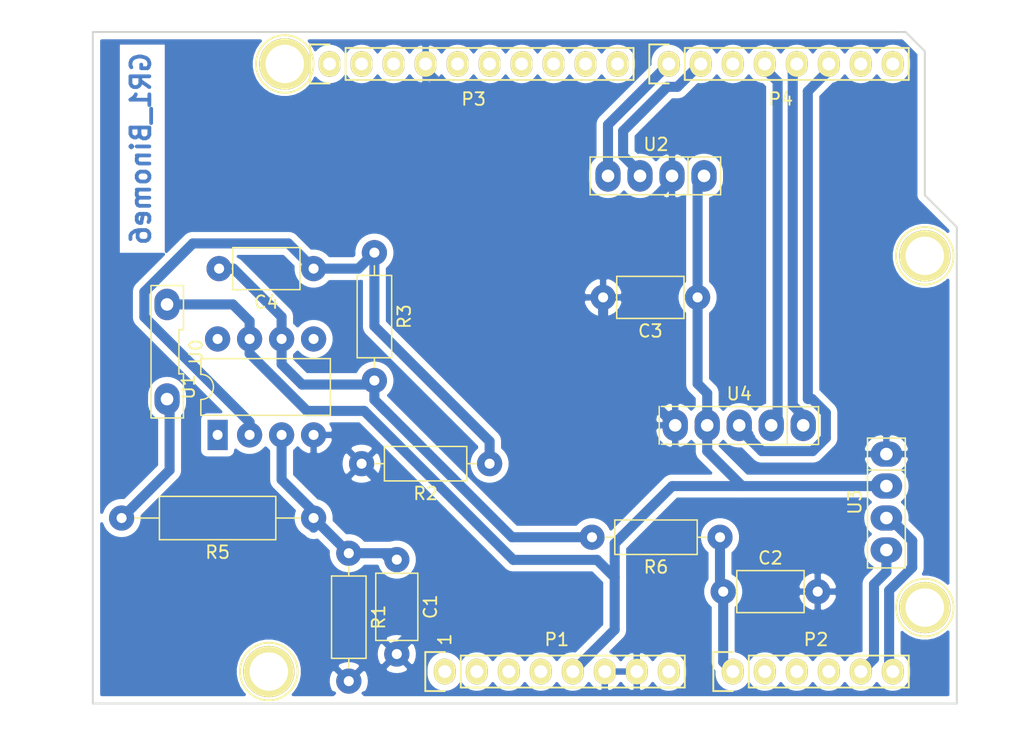
<source format=kicad_pcb>
(kicad_pcb (version 20171130) (host pcbnew "(5.1.9)-1")

  (general
    (thickness 1.6)
    (drawings 26)
    (tracks 121)
    (zones 0)
    (modules 22)
    (nets 40)
  )

  (page A4)
  (title_block
    (title Shield_Capteur_Graphite_Arduino_UNO)
    (date 2021-03-09)
    (company "INSA Toulouse")
    (comment 1 Gaich&Stephen)
  )

  (layers
    (0 F.Cu signal)
    (31 B.Cu signal)
    (32 B.Adhes user)
    (33 F.Adhes user)
    (34 B.Paste user)
    (35 F.Paste user)
    (36 B.SilkS user)
    (37 F.SilkS user)
    (38 B.Mask user)
    (39 F.Mask user)
    (40 Dwgs.User user)
    (41 Cmts.User user)
    (42 Eco1.User user)
    (43 Eco2.User user)
    (44 Edge.Cuts user)
    (45 Margin user)
    (46 B.CrtYd user)
    (47 F.CrtYd user)
    (48 B.Fab user)
    (49 F.Fab user)
  )

  (setup
    (last_trace_width 0.8)
    (trace_clearance 0.4)
    (zone_clearance 0.508)
    (zone_45_only no)
    (trace_min 0.8)
    (via_size 1.6)
    (via_drill 0.8)
    (via_min_size 0.4)
    (via_min_drill 0.3)
    (uvia_size 0.3)
    (uvia_drill 0.1)
    (uvias_allowed no)
    (uvia_min_size 0.2)
    (uvia_min_drill 0.1)
    (edge_width 0.15)
    (segment_width 0.15)
    (pcb_text_width 0.3)
    (pcb_text_size 1.5 1.5)
    (mod_edge_width 0.15)
    (mod_text_size 1 1)
    (mod_text_width 0.15)
    (pad_size 2 2.5)
    (pad_drill 1)
    (pad_to_mask_clearance 0)
    (aux_axis_origin 110.998 73.025)
    (visible_elements 7FFFFFFF)
    (pcbplotparams
      (layerselection 0x00000_fffffffe)
      (usegerberextensions false)
      (usegerberattributes true)
      (usegerberadvancedattributes true)
      (creategerberjobfile true)
      (excludeedgelayer true)
      (linewidth 0.100000)
      (plotframeref false)
      (viasonmask false)
      (mode 1)
      (useauxorigin false)
      (hpglpennumber 1)
      (hpglpenspeed 20)
      (hpglpendiameter 15.000000)
      (psnegative false)
      (psa4output false)
      (plotreference true)
      (plotvalue true)
      (plotinvisibletext false)
      (padsonsilk false)
      (subtractmaskfromsilk false)
      (outputformat 4)
      (mirror false)
      (drillshape 2)
      (scaleselection 1)
      (outputdirectory "./"))
  )

  (net 0 "")
  (net 1 /IOREF)
  (net 2 /Reset)
  (net 3 +5V)
  (net 4 GND)
  (net 5 /Vin)
  (net 6 /A1)
  (net 7 /A2)
  (net 8 /A3)
  (net 9 /AREF)
  (net 10 "/9(**)")
  (net 11 /8)
  (net 12 "/1(Tx)")
  (net 13 "/0(Rx)")
  (net 14 "Net-(P5-Pad1)")
  (net 15 "Net-(P6-Pad1)")
  (net 16 "Net-(P7-Pad1)")
  (net 17 "Net-(P8-Pad1)")
  (net 18 "/13(SCK)")
  (net 19 "/10(**/SS)")
  (net 20 "Net-(P1-Pad1)")
  (net 21 +3V3)
  (net 22 "/12(MISO)")
  (net 23 "/11(**/MOSI)")
  (net 24 "Net-(C1-Pad1)")
  (net 25 ADC)
  (net 26 "Net-(C4-Pad1)")
  (net 27 "Net-(C4-Pad2)")
  (net 28 SCL)
  (net 29 SDA)
  (net 30 Rx)
  (net 31 Tx)
  (net 32 SWITCH)
  (net 33 DATA)
  (net 34 CLK)
  (net 35 "Net-(R5-Pad2)")
  (net 36 "Net-(U1-Pad1)")
  (net 37 "Net-(U1-Pad5)")
  (net 38 "Net-(U1-Pad8)")
  (net 39 "/5(**)")

  (net_class Default "This is the default net class."
    (clearance 0.4)
    (trace_width 0.8)
    (via_dia 1.6)
    (via_drill 0.8)
    (uvia_dia 0.3)
    (uvia_drill 0.1)
    (add_net +3V3)
    (add_net +5V)
    (add_net "/0(Rx)")
    (add_net "/1(Tx)")
    (add_net "/10(**/SS)")
    (add_net "/11(**/MOSI)")
    (add_net "/12(MISO)")
    (add_net "/13(SCK)")
    (add_net "/5(**)")
    (add_net /8)
    (add_net "/9(**)")
    (add_net /A1)
    (add_net /A2)
    (add_net /A3)
    (add_net /AREF)
    (add_net /IOREF)
    (add_net /Reset)
    (add_net /Vin)
    (add_net ADC)
    (add_net CLK)
    (add_net DATA)
    (add_net GND)
    (add_net "Net-(C1-Pad1)")
    (add_net "Net-(C4-Pad1)")
    (add_net "Net-(C4-Pad2)")
    (add_net "Net-(P1-Pad1)")
    (add_net "Net-(P5-Pad1)")
    (add_net "Net-(P6-Pad1)")
    (add_net "Net-(P7-Pad1)")
    (add_net "Net-(P8-Pad1)")
    (add_net "Net-(R5-Pad2)")
    (add_net "Net-(U1-Pad1)")
    (add_net "Net-(U1-Pad5)")
    (add_net "Net-(U1-Pad8)")
    (add_net Rx)
    (add_net SCL)
    (add_net SDA)
    (add_net SWITCH)
    (add_net Tx)
  )

  (module Package_DIP:DIP-8_W7.62mm_LongPads (layer F.Cu) (tedit 6048CDEF) (tstamp 60369176)
    (at 120.904 105.029 90)
    (descr "8-lead though-hole mounted DIP package, row spacing 7.62 mm (300 mils), LongPads")
    (tags "THT DIP DIL PDIP 2.54mm 7.62mm 300mil LongPads")
    (path /6037CCFE)
    (fp_text reference U1 (at 3.81 -2.33 90) (layer F.SilkS)
      (effects (font (size 1 1) (thickness 0.15)))
    )
    (fp_text value LTC1050 (at 3.81 9.95 90) (layer F.Fab)
      (effects (font (size 1 1) (thickness 0.15)))
    )
    (fp_line (start 9.1 -1.55) (end -1.45 -1.55) (layer F.CrtYd) (width 0.05))
    (fp_line (start 9.1 9.15) (end 9.1 -1.55) (layer F.CrtYd) (width 0.05))
    (fp_line (start -1.45 9.15) (end 9.1 9.15) (layer F.CrtYd) (width 0.05))
    (fp_line (start -1.45 -1.55) (end -1.45 9.15) (layer F.CrtYd) (width 0.05))
    (fp_line (start 6.06 -1.33) (end 4.81 -1.33) (layer F.SilkS) (width 0.12))
    (fp_line (start 6.06 8.95) (end 6.06 -1.33) (layer F.SilkS) (width 0.12))
    (fp_line (start 1.56 8.95) (end 6.06 8.95) (layer F.SilkS) (width 0.12))
    (fp_line (start 1.56 -1.33) (end 1.56 8.95) (layer F.SilkS) (width 0.12))
    (fp_line (start 2.81 -1.33) (end 1.56 -1.33) (layer F.SilkS) (width 0.12))
    (fp_line (start 0.635 -0.27) (end 1.635 -1.27) (layer F.Fab) (width 0.1))
    (fp_line (start 0.635 8.89) (end 0.635 -0.27) (layer F.Fab) (width 0.1))
    (fp_line (start 6.985 8.89) (end 0.635 8.89) (layer F.Fab) (width 0.1))
    (fp_line (start 6.985 -1.27) (end 6.985 8.89) (layer F.Fab) (width 0.1))
    (fp_line (start 1.635 -1.27) (end 6.985 -1.27) (layer F.Fab) (width 0.1))
    (fp_arc (start 3.81 -1.33) (end 2.81 -1.33) (angle -180) (layer F.SilkS) (width 0.12))
    (fp_text user %R (at 3.81 3.81 270) (layer F.Fab)
      (effects (font (size 1 1) (thickness 0.15)))
    )
    (pad 1 thru_hole rect (at 0 0 90) (size 2.4 1.6) (drill 0.8) (layers *.Cu *.Mask)
      (net 36 "Net-(U1-Pad1)"))
    (pad 5 thru_hole oval (at 7.62 7.62 90) (size 2 2) (drill 0.8) (layers *.Cu *.Mask)
      (net 37 "Net-(U1-Pad5)"))
    (pad 2 thru_hole oval (at 0 2.54 90) (size 2 2) (drill 0.8) (layers *.Cu *.Mask)
      (net 26 "Net-(C4-Pad1)"))
    (pad 6 thru_hole oval (at 7.62 5.08 90) (size 2 2) (drill 0.8) (layers *.Cu *.Mask)
      (net 27 "Net-(C4-Pad2)"))
    (pad 3 thru_hole oval (at 0 5.08 90) (size 2 2) (drill 0.8) (layers *.Cu *.Mask)
      (net 24 "Net-(C1-Pad1)"))
    (pad 7 thru_hole oval (at 7.62 2.54 90) (size 2 2) (drill 0.8) (layers *.Cu *.Mask)
      (net 3 +5V))
    (pad 4 thru_hole oval (at 0 7.62 90) (size 2 2) (drill 0.8) (layers *.Cu *.Mask)
      (net 4 GND))
    (pad 8 thru_hole oval (at 7.62 0 90) (size 2 2) (drill 0.8) (layers *.Cu *.Mask)
      (net 38 "Net-(U1-Pad8)"))
    (model ${KISYS3DMOD}/Package_DIP.3dshapes/DIP-8_W7.62mm.wrl
      (at (xyz 0 0 0))
      (scale (xyz 1 1 1))
      (rotate (xyz 0 0 0))
    )
  )

  (module Capteur_Graphite:Ecran_OLED (layer F.Cu) (tedit 6048DFA8) (tstamp 60369198)
    (at 173.99 110.363 270)
    (path /603C2E6F)
    (fp_text reference U3 (at 0 2.5 90) (layer F.SilkS)
      (effects (font (size 1 1) (thickness 0.15)))
    )
    (fp_text value Ecran_OLED (at 0 -2.5 90) (layer F.Fab)
      (effects (font (size 1 1) (thickness 0.15)))
    )
    (fp_line (start -5.08 -1.5) (end 5.2324 -1.5) (layer F.SilkS) (width 0.12))
    (fp_line (start 5.2324 -1.5) (end 5.2324 1.5) (layer F.SilkS) (width 0.12))
    (fp_line (start 5.2324 1.5) (end -5.08 1.5) (layer F.SilkS) (width 0.12))
    (fp_line (start -5.08 1.5) (end -5.08 -1.5) (layer F.SilkS) (width 0.12))
    (fp_line (start -2.54 -1.5) (end -2.54 1.5) (layer F.SilkS) (width 0.12))
    (fp_line (start -4.8768 -1.25) (end 4.9276 -1.25) (layer F.CrtYd) (width 0.05))
    (fp_line (start 4.9276 -1.27) (end 4.9276 1.29) (layer F.CrtYd) (width 0.05))
    (fp_line (start 4.9276 1.29) (end -4.8768 1.27) (layer F.CrtYd) (width 0.05))
    (fp_line (start -4.8768 1.25) (end -4.8768 -1.25) (layer F.CrtYd) (width 0.05))
    (pad 4 thru_hole oval (at 3.81 0 270) (size 2 2.5) (drill 1) (layers *.Cu *.Mask)
      (net 29 SDA))
    (pad 3 thru_hole oval (at 1.27 0 270) (size 2 2.5) (drill 1) (layers *.Cu *.Mask)
      (net 28 SCL))
    (pad 2 thru_hole oval (at -1.27 0 270) (size 2 2.5) (drill 1) (layers *.Cu *.Mask)
      (net 3 +5V))
    (pad 1 thru_hole oval (at -3.81 0 270) (size 2 2.5) (drill 1) (layers *.Cu *.Mask)
      (net 4 GND))
    (model ${KIPRJMOD}/OLED_i2c_screen_3D.step
      (offset (xyz 0 12 9))
      (scale (xyz 1 1 1))
      (rotate (xyz 0 0 180))
    )
  )

  (module Capteur_Graphite:Bluetooth_HC-05 (layer F.Cu) (tedit 6048DF5A) (tstamp 60369187)
    (at 155.702 84.455 180)
    (path /603BF140)
    (fp_text reference U2 (at 0 2.5 180) (layer F.SilkS)
      (effects (font (size 1 1) (thickness 0.15)))
    )
    (fp_text value BT_HC-05 (at 0 -2.5 180) (layer F.Fab)
      (effects (font (size 1 1) (thickness 0.15)))
    )
    (fp_line (start -5.1308 -1.5) (end 5.2324 -1.5) (layer F.SilkS) (width 0.12))
    (fp_line (start 5.2324 -1.5) (end 5.2324 1.5) (layer F.SilkS) (width 0.12))
    (fp_line (start 5.2324 1.5) (end -5.1308 1.5) (layer F.SilkS) (width 0.12))
    (fp_line (start -5.1308 1.5) (end -5.1308 -1.5) (layer F.SilkS) (width 0.12))
    (fp_line (start -2.54 -1.5) (end -2.54 1.5) (layer F.SilkS) (width 0.12))
    (fp_line (start -4.8768 -1.27) (end 4.9276 -1.25) (layer F.CrtYd) (width 0.05))
    (fp_line (start 4.9276 -1.25) (end 4.9276 1.25) (layer F.CrtYd) (width 0.05))
    (fp_line (start 4.9276 1.25) (end -4.8768 1.25) (layer F.CrtYd) (width 0.05))
    (fp_line (start -4.8768 1.2192) (end -4.8768 -1.25) (layer F.CrtYd) (width 0.05))
    (pad 5 thru_hole oval (at 3.81 0 180) (size 2 2.5) (drill 1) (layers *.Cu *.Mask)
      (net 30 Rx))
    (pad 4 thru_hole oval (at 1.27 0 180) (size 2 2.5) (drill 1) (layers *.Cu *.Mask)
      (net 31 Tx))
    (pad 3 thru_hole oval (at -1.27 0 180) (size 2 2.5) (drill 1) (layers *.Cu *.Mask)
      (net 4 GND))
    (pad 2 thru_hole oval (at -3.81 0 180) (size 2 2.5) (drill 1) (layers *.Cu *.Mask)
      (net 3 +5V))
    (model "${KIPRJMOD}/Bluetooth 3D/HC-05 Bluetooth Module.stp"
      (offset (xyz 48 69 0))
      (scale (xyz 1 1 1))
      (rotate (xyz 0 0 -90))
    )
  )

  (module Capteur_Graphite:Rot_Keyes_ky-040 (layer F.Cu) (tedit 6048DF64) (tstamp 603691AA)
    (at 162.306 104.267 180)
    (path /603D3AAD)
    (fp_text reference U4 (at 0 2.5) (layer F.SilkS)
      (effects (font (size 1 1) (thickness 0.15)))
    )
    (fp_text value Rot_Keyes_KY-040 (at 0 -2.5) (layer F.Fab)
      (effects (font (size 1 1) (thickness 0.15)))
    )
    (fp_line (start -6.2992 -1.524) (end 6.18 -1.5) (layer F.SilkS) (width 0.12))
    (fp_line (start 6.35 -1.5) (end 6.35 1.5) (layer F.SilkS) (width 0.12))
    (fp_line (start 6.18 1.5) (end -6.2992 1.4732) (layer F.SilkS) (width 0.12))
    (fp_line (start -6.2992 1.5) (end -6.2992 -1.5) (layer F.SilkS) (width 0.12))
    (fp_line (start -3.81 -1.5) (end -3.81 1.5) (layer F.SilkS) (width 0.12))
    (fp_line (start -6.1468 -1.25) (end 6.1468 -1.27) (layer F.CrtYd) (width 0.05))
    (fp_line (start 6.1468 -1.27) (end 6.1468 1.2192) (layer F.CrtYd) (width 0.05))
    (fp_line (start 6.1468 1.25) (end -6.1468 1.25) (layer F.CrtYd) (width 0.05))
    (fp_line (start -6.1468 1.2192) (end -6.1468 -1.2808) (layer F.CrtYd) (width 0.05))
    (pad 5 thru_hole oval (at 5.08 0 180) (size 2 2.5) (drill 1) (layers *.Cu *.Mask)
      (net 4 GND))
    (pad 4 thru_hole oval (at 2.54 0 180) (size 2 2.5) (drill 1) (layers *.Cu *.Mask)
      (net 3 +5V))
    (pad 3 thru_hole oval (at 0 0 180) (size 2 2.5) (drill 1) (layers *.Cu B.Mask)
      (net 32 SWITCH))
    (pad 2 thru_hole oval (at -2.54 0 180) (size 2 2.5) (drill 1) (layers *.Cu *.Mask)
      (net 33 DATA))
    (pad 1 thru_hole oval (at -5.08 0 180) (size 2 2.5) (drill 1) (layers *.Cu *.Mask)
      (net 34 CLK))
    (model "${KIPRJMOD}/rotary-encoder-ky-040-1_3D/Encoder KY-040.STEP"
      (offset (xyz 1.5 -7 15.5))
      (scale (xyz 1 1 1))
      (rotate (xyz -180 0 180))
    )
  )

  (module Capteur_Graphite:CG (layer F.Cu) (tedit 6048CDC1) (tstamp 6036915A)
    (at 117.094 98.425 180)
    (path /60489E9C)
    (fp_text reference U0 (at -2.1 0 90) (layer F.SilkS)
      (effects (font (size 1 1) (thickness 0.15)))
    )
    (fp_text value CG (at -3.81 0 90) (layer F.Fab)
      (effects (font (size 1 1) (thickness 0.15)))
    )
    (fp_line (start -1.1 5.26) (end 1.4732 5.26) (layer F.SilkS) (width 0.12))
    (fp_line (start 1.4732 5.26) (end 1.4732 -5.2324) (layer F.SilkS) (width 0.12))
    (fp_line (start 1.4732 -5.26) (end -1.099999 -5.26) (layer F.SilkS) (width 0.12))
    (fp_line (start -1.099999 -5.26) (end -1.1 -1.753333) (layer F.SilkS) (width 0.12))
    (fp_line (start -1.1 -1.753333) (end -0.739999 -1.753333) (layer F.SilkS) (width 0.12))
    (fp_line (start -0.739999 -1.753333) (end -0.74 1.753333) (layer F.SilkS) (width 0.12))
    (fp_line (start -0.74 1.753333) (end -1.1 1.753333) (layer F.SilkS) (width 0.12))
    (fp_line (start -1.1 1.753333) (end -1.1 5.26) (layer F.SilkS) (width 0.12))
    (fp_line (start -0.85 -5.01) (end 1.27 -5.01) (layer F.CrtYd) (width 0.05))
    (fp_line (start 1.27 -5.0292) (end 1.27 5.0292) (layer F.CrtYd) (width 0.05))
    (fp_line (start 1.27 5.0292) (end -0.85 5.01) (layer F.CrtYd) (width 0.05))
    (fp_line (start -0.85 5.01) (end -0.85 -5.01) (layer F.CrtYd) (width 0.05))
    (pad 1 thru_hole oval (at 0.2032 3.76 180) (size 2 2.5) (drill 1) (layers *.Cu *.Mask)
      (net 3 +5V))
    (pad 2 thru_hole oval (at 0.2032 -3.76 180) (size 2 2.5) (drill 1) (layers *.Cu *.Mask)
      (net 35 "Net-(R5-Pad2)"))
  )

  (module Socket_Arduino_Uno:Socket_Strip_Arduino_1x08 locked (layer F.Cu) (tedit 552168D2) (tstamp 551AF9EA)
    (at 138.938 123.825)
    (descr "Through hole socket strip")
    (tags "socket strip")
    (path /56D70129)
    (fp_text reference P1 (at 8.89 -2.54) (layer F.SilkS)
      (effects (font (size 1 1) (thickness 0.15)))
    )
    (fp_text value Power (at 8.89 -4.064) (layer F.Fab)
      (effects (font (size 1 1) (thickness 0.15)))
    )
    (fp_line (start -1.55 -1.55) (end -1.55 1.55) (layer F.SilkS) (width 0.15))
    (fp_line (start 0 -1.55) (end -1.55 -1.55) (layer F.SilkS) (width 0.15))
    (fp_line (start 1.27 1.27) (end 1.27 -1.27) (layer F.SilkS) (width 0.15))
    (fp_line (start -1.55 1.55) (end 0 1.55) (layer F.SilkS) (width 0.15))
    (fp_line (start 19.05 -1.27) (end 1.27 -1.27) (layer F.SilkS) (width 0.15))
    (fp_line (start 19.05 1.27) (end 19.05 -1.27) (layer F.SilkS) (width 0.15))
    (fp_line (start 1.27 1.27) (end 19.05 1.27) (layer F.SilkS) (width 0.15))
    (fp_line (start -1.75 1.75) (end 19.55 1.75) (layer F.CrtYd) (width 0.05))
    (fp_line (start -1.75 -1.75) (end 19.55 -1.75) (layer F.CrtYd) (width 0.05))
    (fp_line (start 19.55 -1.75) (end 19.55 1.75) (layer F.CrtYd) (width 0.05))
    (fp_line (start -1.75 -1.75) (end -1.75 1.75) (layer F.CrtYd) (width 0.05))
    (pad 1 thru_hole oval (at 0 0) (size 1.7272 2.032) (drill 1.016) (layers *.Cu *.Mask F.SilkS)
      (net 20 "Net-(P1-Pad1)"))
    (pad 2 thru_hole oval (at 2.54 0) (size 1.7272 2.032) (drill 1.016) (layers *.Cu *.Mask F.SilkS)
      (net 1 /IOREF))
    (pad 3 thru_hole oval (at 5.08 0) (size 1.7272 2.032) (drill 1.016) (layers *.Cu *.Mask F.SilkS)
      (net 2 /Reset))
    (pad 4 thru_hole oval (at 7.62 0) (size 1.7272 2.032) (drill 1.016) (layers *.Cu *.Mask F.SilkS)
      (net 21 +3V3))
    (pad 5 thru_hole oval (at 10.16 0) (size 1.7272 2.032) (drill 1.016) (layers *.Cu *.Mask F.SilkS)
      (net 3 +5V))
    (pad 6 thru_hole oval (at 12.7 0) (size 1.7272 2.032) (drill 1.016) (layers *.Cu *.Mask F.SilkS)
      (net 4 GND))
    (pad 7 thru_hole oval (at 15.24 0) (size 1.7272 2.032) (drill 1.016) (layers *.Cu *.Mask F.SilkS)
      (net 4 GND))
    (pad 8 thru_hole oval (at 17.78 0) (size 1.7272 2.032) (drill 1.016) (layers *.Cu *.Mask F.SilkS)
      (net 5 /Vin))
    (model ${KIPRJMOD}/Socket_Arduino_Uno.3dshapes/Socket_header_Arduino_1x08.wrl
      (offset (xyz 8.889999866485596 0 0))
      (scale (xyz 1 1 1))
      (rotate (xyz 0 0 180))
    )
  )

  (module Socket_Arduino_Uno:Socket_Strip_Arduino_1x06 locked (layer F.Cu) (tedit 552168D6) (tstamp 551AF9FF)
    (at 161.798 123.825)
    (descr "Through hole socket strip")
    (tags "socket strip")
    (path /56D70DD8)
    (fp_text reference P2 (at 6.604 -2.54) (layer F.SilkS)
      (effects (font (size 1 1) (thickness 0.15)))
    )
    (fp_text value Analog (at 6.604 -4.064) (layer F.Fab)
      (effects (font (size 1 1) (thickness 0.15)))
    )
    (fp_line (start -1.55 -1.55) (end -1.55 1.55) (layer F.SilkS) (width 0.15))
    (fp_line (start 0 -1.55) (end -1.55 -1.55) (layer F.SilkS) (width 0.15))
    (fp_line (start 1.27 1.27) (end 1.27 -1.27) (layer F.SilkS) (width 0.15))
    (fp_line (start -1.55 1.55) (end 0 1.55) (layer F.SilkS) (width 0.15))
    (fp_line (start 13.97 -1.27) (end 1.27 -1.27) (layer F.SilkS) (width 0.15))
    (fp_line (start 13.97 1.27) (end 13.97 -1.27) (layer F.SilkS) (width 0.15))
    (fp_line (start 1.27 1.27) (end 13.97 1.27) (layer F.SilkS) (width 0.15))
    (fp_line (start -1.75 1.75) (end 14.45 1.75) (layer F.CrtYd) (width 0.05))
    (fp_line (start -1.75 -1.75) (end 14.45 -1.75) (layer F.CrtYd) (width 0.05))
    (fp_line (start 14.45 -1.75) (end 14.45 1.75) (layer F.CrtYd) (width 0.05))
    (fp_line (start -1.75 -1.75) (end -1.75 1.75) (layer F.CrtYd) (width 0.05))
    (pad 1 thru_hole oval (at 0 0) (size 1.7272 2.032) (drill 1.016) (layers *.Cu *.Mask F.SilkS)
      (net 25 ADC))
    (pad 2 thru_hole oval (at 2.54 0) (size 1.7272 2.032) (drill 1.016) (layers *.Cu *.Mask F.SilkS)
      (net 6 /A1))
    (pad 3 thru_hole oval (at 5.08 0) (size 1.7272 2.032) (drill 1.016) (layers *.Cu *.Mask F.SilkS)
      (net 7 /A2))
    (pad 4 thru_hole oval (at 7.62 0) (size 1.7272 2.032) (drill 1.016) (layers *.Cu *.Mask F.SilkS)
      (net 8 /A3))
    (pad 5 thru_hole oval (at 10.16 0) (size 1.7272 2.032) (drill 1.016) (layers *.Cu *.Mask F.SilkS)
      (net 29 SDA))
    (pad 6 thru_hole oval (at 12.7 0) (size 1.7272 2.032) (drill 1.016) (layers *.Cu *.Mask F.SilkS)
      (net 28 SCL))
    (model ${KIPRJMOD}/Socket_Arduino_Uno.3dshapes/Socket_header_Arduino_1x06.wrl
      (offset (xyz 6.349999904632568 0 0))
      (scale (xyz 1 1 1))
      (rotate (xyz 0 0 180))
    )
  )

  (module Socket_Arduino_Uno:Socket_Strip_Arduino_1x10 locked (layer F.Cu) (tedit 552168BF) (tstamp 551AFA18)
    (at 129.794 75.565)
    (descr "Through hole socket strip")
    (tags "socket strip")
    (path /56D721E0)
    (fp_text reference P3 (at 11.43 2.794) (layer F.SilkS)
      (effects (font (size 1 1) (thickness 0.15)))
    )
    (fp_text value Digital (at 11.43 4.318) (layer F.Fab)
      (effects (font (size 1 1) (thickness 0.15)))
    )
    (fp_line (start -1.55 -1.55) (end -1.55 1.55) (layer F.SilkS) (width 0.15))
    (fp_line (start 0 -1.55) (end -1.55 -1.55) (layer F.SilkS) (width 0.15))
    (fp_line (start 1.27 1.27) (end 1.27 -1.27) (layer F.SilkS) (width 0.15))
    (fp_line (start -1.55 1.55) (end 0 1.55) (layer F.SilkS) (width 0.15))
    (fp_line (start 24.13 -1.27) (end 1.27 -1.27) (layer F.SilkS) (width 0.15))
    (fp_line (start 24.13 1.27) (end 24.13 -1.27) (layer F.SilkS) (width 0.15))
    (fp_line (start 1.27 1.27) (end 24.13 1.27) (layer F.SilkS) (width 0.15))
    (fp_line (start -1.75 1.75) (end 24.65 1.75) (layer F.CrtYd) (width 0.05))
    (fp_line (start -1.75 -1.75) (end 24.65 -1.75) (layer F.CrtYd) (width 0.05))
    (fp_line (start 24.65 -1.75) (end 24.65 1.75) (layer F.CrtYd) (width 0.05))
    (fp_line (start -1.75 -1.75) (end -1.75 1.75) (layer F.CrtYd) (width 0.05))
    (pad 1 thru_hole oval (at 0 0) (size 1.7272 2.032) (drill 1.016) (layers *.Cu *.Mask F.SilkS)
      (net 28 SCL))
    (pad 2 thru_hole oval (at 2.54 0) (size 1.7272 2.032) (drill 1.016) (layers *.Cu *.Mask F.SilkS)
      (net 29 SDA))
    (pad 3 thru_hole oval (at 5.08 0) (size 1.7272 2.032) (drill 1.016) (layers *.Cu *.Mask F.SilkS)
      (net 9 /AREF))
    (pad 4 thru_hole oval (at 7.62 0) (size 1.7272 2.032) (drill 1.016) (layers *.Cu *.Mask F.SilkS)
      (net 4 GND))
    (pad 5 thru_hole oval (at 10.16 0) (size 1.7272 2.032) (drill 1.016) (layers *.Cu *.Mask F.SilkS)
      (net 18 "/13(SCK)"))
    (pad 6 thru_hole oval (at 12.7 0) (size 1.7272 2.032) (drill 1.016) (layers *.Cu *.Mask F.SilkS)
      (net 22 "/12(MISO)"))
    (pad 7 thru_hole oval (at 15.24 0) (size 1.7272 2.032) (drill 1.016) (layers *.Cu *.Mask F.SilkS)
      (net 23 "/11(**/MOSI)"))
    (pad 8 thru_hole oval (at 17.78 0) (size 1.7272 2.032) (drill 1.016) (layers *.Cu *.Mask F.SilkS)
      (net 19 "/10(**/SS)"))
    (pad 9 thru_hole oval (at 20.32 0) (size 1.7272 2.032) (drill 1.016) (layers *.Cu *.Mask F.SilkS)
      (net 10 "/9(**)"))
    (pad 10 thru_hole oval (at 22.86 0) (size 1.7272 2.032) (drill 1.016) (layers *.Cu *.Mask F.SilkS)
      (net 11 /8))
    (model ${KIPRJMOD}/Socket_Arduino_Uno.3dshapes/Socket_header_Arduino_1x10.wrl
      (offset (xyz 11.42999982833862 0 0))
      (scale (xyz 1 1 1))
      (rotate (xyz 0 0 180))
    )
  )

  (module Socket_Arduino_Uno:Socket_Strip_Arduino_1x08 locked (layer F.Cu) (tedit 552168C7) (tstamp 551AFA2F)
    (at 156.718 75.565)
    (descr "Through hole socket strip")
    (tags "socket strip")
    (path /56D7164F)
    (fp_text reference P4 (at 8.89 2.794) (layer F.SilkS)
      (effects (font (size 1 1) (thickness 0.15)))
    )
    (fp_text value Digital (at 8.89 4.318) (layer F.Fab)
      (effects (font (size 1 1) (thickness 0.15)))
    )
    (fp_line (start -1.55 -1.55) (end -1.55 1.55) (layer F.SilkS) (width 0.15))
    (fp_line (start 0 -1.55) (end -1.55 -1.55) (layer F.SilkS) (width 0.15))
    (fp_line (start 1.27 1.27) (end 1.27 -1.27) (layer F.SilkS) (width 0.15))
    (fp_line (start -1.55 1.55) (end 0 1.55) (layer F.SilkS) (width 0.15))
    (fp_line (start 19.05 -1.27) (end 1.27 -1.27) (layer F.SilkS) (width 0.15))
    (fp_line (start 19.05 1.27) (end 19.05 -1.27) (layer F.SilkS) (width 0.15))
    (fp_line (start 1.27 1.27) (end 19.05 1.27) (layer F.SilkS) (width 0.15))
    (fp_line (start -1.75 1.75) (end 19.55 1.75) (layer F.CrtYd) (width 0.05))
    (fp_line (start -1.75 -1.75) (end 19.55 -1.75) (layer F.CrtYd) (width 0.05))
    (fp_line (start 19.55 -1.75) (end 19.55 1.75) (layer F.CrtYd) (width 0.05))
    (fp_line (start -1.75 -1.75) (end -1.75 1.75) (layer F.CrtYd) (width 0.05))
    (pad 1 thru_hole oval (at 0 0) (size 1.7272 2.032) (drill 1.016) (layers *.Cu *.Mask F.SilkS)
      (net 30 Rx))
    (pad 2 thru_hole oval (at 2.54 0) (size 1.7272 2.032) (drill 1.016) (layers *.Cu *.Mask F.SilkS)
      (net 31 Tx))
    (pad 3 thru_hole oval (at 5.08 0) (size 1.7272 2.032) (drill 1.016) (layers *.Cu *.Mask F.SilkS)
      (net 39 "/5(**)"))
    (pad 4 thru_hole oval (at 7.62 0) (size 1.7272 2.032) (drill 1.016) (layers *.Cu *.Mask F.SilkS)
      (net 33 DATA))
    (pad 5 thru_hole oval (at 10.16 0) (size 1.7272 2.032) (drill 1.016) (layers *.Cu *.Mask F.SilkS)
      (net 34 CLK))
    (pad 6 thru_hole oval (at 12.7 0) (size 1.7272 2.032) (drill 1.016) (layers *.Cu *.Mask F.SilkS)
      (net 32 SWITCH))
    (pad 7 thru_hole oval (at 15.24 0) (size 1.7272 2.032) (drill 1.016) (layers *.Cu *.Mask F.SilkS)
      (net 12 "/1(Tx)"))
    (pad 8 thru_hole oval (at 17.78 0) (size 1.7272 2.032) (drill 1.016) (layers *.Cu *.Mask F.SilkS)
      (net 13 "/0(Rx)"))
    (model ${KIPRJMOD}/Socket_Arduino_Uno.3dshapes/Socket_header_Arduino_1x08.wrl
      (offset (xyz 8.889999866485596 0 0))
      (scale (xyz 1 1 1))
      (rotate (xyz 0 0 180))
    )
  )

  (module Socket_Arduino_Uno:Arduino_1pin locked (layer F.Cu) (tedit 5524FC39) (tstamp 5524FC3F)
    (at 124.968 123.825)
    (descr "module 1 pin (ou trou mecanique de percage)")
    (tags DEV)
    (path /56D71177)
    (fp_text reference P5 (at 0 -3.048) (layer F.SilkS) hide
      (effects (font (size 1 1) (thickness 0.15)))
    )
    (fp_text value CONN_01X01 (at 0 2.794) (layer F.Fab) hide
      (effects (font (size 1 1) (thickness 0.15)))
    )
    (fp_circle (center 0 0) (end 0 -2.286) (layer F.SilkS) (width 0.15))
    (pad 1 thru_hole circle (at 0 0) (size 4.064 4.064) (drill 3.048) (layers *.Cu *.Mask F.SilkS)
      (net 14 "Net-(P5-Pad1)"))
  )

  (module Socket_Arduino_Uno:Arduino_1pin locked (layer F.Cu) (tedit 5524FC4A) (tstamp 5524FC44)
    (at 177.038 118.745)
    (descr "module 1 pin (ou trou mecanique de percage)")
    (tags DEV)
    (path /56D71274)
    (fp_text reference P6 (at 0 -3.048) (layer F.SilkS) hide
      (effects (font (size 1 1) (thickness 0.15)))
    )
    (fp_text value CONN_01X01 (at 0 2.794) (layer F.Fab) hide
      (effects (font (size 1 1) (thickness 0.15)))
    )
    (fp_circle (center 0 0) (end 0 -2.286) (layer F.SilkS) (width 0.15))
    (pad 1 thru_hole circle (at 0 0) (size 4.064 4.064) (drill 3.048) (layers *.Cu *.Mask F.SilkS)
      (net 15 "Net-(P6-Pad1)"))
  )

  (module Socket_Arduino_Uno:Arduino_1pin locked (layer F.Cu) (tedit 5524FC2F) (tstamp 5524FC49)
    (at 126.238 75.565)
    (descr "module 1 pin (ou trou mecanique de percage)")
    (tags DEV)
    (path /56D712A8)
    (fp_text reference P7 (at 0 -3.048) (layer F.SilkS) hide
      (effects (font (size 1 1) (thickness 0.15)))
    )
    (fp_text value CONN_01X01 (at 0 2.794) (layer F.Fab) hide
      (effects (font (size 1 1) (thickness 0.15)))
    )
    (fp_circle (center 0 0) (end 0 -2.286) (layer F.SilkS) (width 0.15))
    (pad 1 thru_hole circle (at 0 0) (size 4.064 4.064) (drill 3.048) (layers *.Cu *.Mask F.SilkS)
      (net 16 "Net-(P7-Pad1)"))
  )

  (module Socket_Arduino_Uno:Arduino_1pin locked (layer F.Cu) (tedit 5524FC41) (tstamp 5524FC4E)
    (at 177.038 90.805)
    (descr "module 1 pin (ou trou mecanique de percage)")
    (tags DEV)
    (path /56D712DB)
    (fp_text reference P8 (at 0 -3.048) (layer F.SilkS) hide
      (effects (font (size 1 1) (thickness 0.15)))
    )
    (fp_text value CONN_01X01 (at 0 2.794) (layer F.Fab) hide
      (effects (font (size 1 1) (thickness 0.15)))
    )
    (fp_circle (center 0 0) (end 0 -2.286) (layer F.SilkS) (width 0.15))
    (pad 1 thru_hole circle (at 0 0) (size 4.064 4.064) (drill 3.048) (layers *.Cu *.Mask F.SilkS)
      (net 17 "Net-(P8-Pad1)"))
  )

  (module Capacitor_THT:C_Axial_L5.1mm_D3.1mm_P7.50mm_Horizontal (layer F.Cu) (tedit 5AE50EF0) (tstamp 60369090)
    (at 135.128 114.935 270)
    (descr "C, Axial series, Axial, Horizontal, pin pitch=7.5mm, , length*diameter=5.1*3.1mm^2, http://www.vishay.com/docs/45231/arseries.pdf")
    (tags "C Axial series Axial Horizontal pin pitch 7.5mm  length 5.1mm diameter 3.1mm")
    (path /603577AC)
    (fp_text reference C1 (at 3.75 -2.67 90) (layer F.SilkS)
      (effects (font (size 1 1) (thickness 0.15)))
    )
    (fp_text value 100n (at 3.75 2.67 90) (layer F.Fab)
      (effects (font (size 1 1) (thickness 0.15)))
    )
    (fp_line (start 8.55 -1.8) (end -1.05 -1.8) (layer F.CrtYd) (width 0.05))
    (fp_line (start 8.55 1.8) (end 8.55 -1.8) (layer F.CrtYd) (width 0.05))
    (fp_line (start -1.05 1.8) (end 8.55 1.8) (layer F.CrtYd) (width 0.05))
    (fp_line (start -1.05 -1.8) (end -1.05 1.8) (layer F.CrtYd) (width 0.05))
    (fp_line (start 6.46 0) (end 6.42 0) (layer F.SilkS) (width 0.12))
    (fp_line (start 1.04 0) (end 1.08 0) (layer F.SilkS) (width 0.12))
    (fp_line (start 6.42 -1.67) (end 1.08 -1.67) (layer F.SilkS) (width 0.12))
    (fp_line (start 6.42 1.67) (end 6.42 -1.67) (layer F.SilkS) (width 0.12))
    (fp_line (start 1.08 1.67) (end 6.42 1.67) (layer F.SilkS) (width 0.12))
    (fp_line (start 1.08 -1.67) (end 1.08 1.67) (layer F.SilkS) (width 0.12))
    (fp_line (start 7.5 0) (end 6.3 0) (layer F.Fab) (width 0.1))
    (fp_line (start 0 0) (end 1.2 0) (layer F.Fab) (width 0.1))
    (fp_line (start 6.3 -1.55) (end 1.2 -1.55) (layer F.Fab) (width 0.1))
    (fp_line (start 6.3 1.55) (end 6.3 -1.55) (layer F.Fab) (width 0.1))
    (fp_line (start 1.2 1.55) (end 6.3 1.55) (layer F.Fab) (width 0.1))
    (fp_line (start 1.2 -1.55) (end 1.2 1.55) (layer F.Fab) (width 0.1))
    (fp_text user %R (at 3.75 0 90) (layer F.Fab)
      (effects (font (size 1 1) (thickness 0.15)))
    )
    (pad 1 thru_hole circle (at 0 0 270) (size 2 2) (drill 0.8) (layers *.Cu *.Mask)
      (net 24 "Net-(C1-Pad1)"))
    (pad 2 thru_hole circle (at 7.5 0 270) (size 2 2) (drill 0.8) (layers *.Cu *.Mask)
      (net 4 GND))
    (model ${KISYS3DMOD}/Capacitor_THT.3dshapes/C_Axial_L5.1mm_D3.1mm_P7.50mm_Horizontal.wrl
      (at (xyz 0 0 0))
      (scale (xyz 1 1 1))
      (rotate (xyz 0 0 0))
    )
  )

  (module Capacitor_THT:C_Axial_L5.1mm_D3.1mm_P7.50mm_Horizontal (layer F.Cu) (tedit 5AE50EF0) (tstamp 603690A7)
    (at 161.036 117.475)
    (descr "C, Axial series, Axial, Horizontal, pin pitch=7.5mm, , length*diameter=5.1*3.1mm^2, http://www.vishay.com/docs/45231/arseries.pdf")
    (tags "C Axial series Axial Horizontal pin pitch 7.5mm  length 5.1mm diameter 3.1mm")
    (path /6035F2E5)
    (fp_text reference C2 (at 3.75 -2.67) (layer F.SilkS)
      (effects (font (size 1 1) (thickness 0.15)))
    )
    (fp_text value 100n (at 3.75 2.67) (layer F.Fab)
      (effects (font (size 1 1) (thickness 0.15)))
    )
    (fp_line (start 1.2 -1.55) (end 1.2 1.55) (layer F.Fab) (width 0.1))
    (fp_line (start 1.2 1.55) (end 6.3 1.55) (layer F.Fab) (width 0.1))
    (fp_line (start 6.3 1.55) (end 6.3 -1.55) (layer F.Fab) (width 0.1))
    (fp_line (start 6.3 -1.55) (end 1.2 -1.55) (layer F.Fab) (width 0.1))
    (fp_line (start 0 0) (end 1.2 0) (layer F.Fab) (width 0.1))
    (fp_line (start 7.5 0) (end 6.3 0) (layer F.Fab) (width 0.1))
    (fp_line (start 1.08 -1.67) (end 1.08 1.67) (layer F.SilkS) (width 0.12))
    (fp_line (start 1.08 1.67) (end 6.42 1.67) (layer F.SilkS) (width 0.12))
    (fp_line (start 6.42 1.67) (end 6.42 -1.67) (layer F.SilkS) (width 0.12))
    (fp_line (start 6.42 -1.67) (end 1.08 -1.67) (layer F.SilkS) (width 0.12))
    (fp_line (start 1.04 0) (end 1.08 0) (layer F.SilkS) (width 0.12))
    (fp_line (start 6.46 0) (end 6.42 0) (layer F.SilkS) (width 0.12))
    (fp_line (start -1.05 -1.8) (end -1.05 1.8) (layer F.CrtYd) (width 0.05))
    (fp_line (start -1.05 1.8) (end 8.55 1.8) (layer F.CrtYd) (width 0.05))
    (fp_line (start 8.55 1.8) (end 8.55 -1.8) (layer F.CrtYd) (width 0.05))
    (fp_line (start 8.55 -1.8) (end -1.05 -1.8) (layer F.CrtYd) (width 0.05))
    (fp_text user %R (at 3.75 0 180) (layer F.Fab)
      (effects (font (size 1 1) (thickness 0.15)))
    )
    (pad 2 thru_hole oval (at 7.5 0) (size 2 2) (drill 0.8) (layers *.Cu *.Mask)
      (net 4 GND))
    (pad 1 thru_hole oval (at 0 0) (size 2 2) (drill 0.8) (layers *.Cu *.Mask)
      (net 25 ADC))
    (model ${KISYS3DMOD}/Capacitor_THT.3dshapes/C_Axial_L5.1mm_D3.1mm_P7.50mm_Horizontal.wrl
      (at (xyz 0 0 0))
      (scale (xyz 1 1 1))
      (rotate (xyz 0 0 0))
    )
  )

  (module Capacitor_THT:C_Axial_L5.1mm_D3.1mm_P7.50mm_Horizontal (layer F.Cu) (tedit 6048DFA2) (tstamp 603690BE)
    (at 159.004 94.107 180)
    (descr "C, Axial series, Axial, Horizontal, pin pitch=7.5mm, , length*diameter=5.1*3.1mm^2, http://www.vishay.com/docs/45231/arseries.pdf")
    (tags "C Axial series Axial Horizontal pin pitch 7.5mm  length 5.1mm diameter 3.1mm")
    (path /6035BFD2)
    (fp_text reference C3 (at 3.75 -2.67) (layer F.SilkS)
      (effects (font (size 1 1) (thickness 0.15)))
    )
    (fp_text value 100n (at 3.75 2.67) (layer F.Fab)
      (effects (font (size 1 1) (thickness 0.15)))
    )
    (fp_line (start 1.2 -1.55) (end 1.2 1.55) (layer F.Fab) (width 0.1))
    (fp_line (start 1.2 1.55) (end 6.3 1.55) (layer F.Fab) (width 0.1))
    (fp_line (start 6.3 1.55) (end 6.3 -1.55) (layer F.Fab) (width 0.1))
    (fp_line (start 6.3 -1.55) (end 1.2 -1.55) (layer F.Fab) (width 0.1))
    (fp_line (start 0 0) (end 1.2 0) (layer F.Fab) (width 0.1))
    (fp_line (start 7.5 0) (end 6.3 0) (layer F.Fab) (width 0.1))
    (fp_line (start 1.08 -1.67) (end 1.08 1.67) (layer F.SilkS) (width 0.12))
    (fp_line (start 1.08 1.67) (end 6.42 1.67) (layer F.SilkS) (width 0.12))
    (fp_line (start 6.42 1.67) (end 6.42 -1.67) (layer F.SilkS) (width 0.12))
    (fp_line (start 6.42 -1.67) (end 1.08 -1.67) (layer F.SilkS) (width 0.12))
    (fp_line (start 1.04 0) (end 1.08 0) (layer F.SilkS) (width 0.12))
    (fp_line (start 6.46 0) (end 6.42 0) (layer F.SilkS) (width 0.12))
    (fp_line (start -1.05 -1.8) (end -1.05 1.8) (layer F.CrtYd) (width 0.05))
    (fp_line (start -1.05 1.8) (end 8.55 1.8) (layer F.CrtYd) (width 0.05))
    (fp_line (start 8.55 1.8) (end 8.55 -1.8) (layer F.CrtYd) (width 0.05))
    (fp_line (start 8.55 -1.8) (end -1.05 -1.8) (layer F.CrtYd) (width 0.05))
    (fp_text user %R (at 3.556 0) (layer F.Fab)
      (effects (font (size 1 1) (thickness 0.15)))
    )
    (pad 2 thru_hole oval (at 7.5 0 180) (size 2 2) (drill 0.8) (layers *.Cu *.Mask)
      (net 4 GND))
    (pad 1 thru_hole circle (at 0 0 180) (size 2 2) (drill 0.8) (layers *.Cu *.Mask)
      (net 3 +5V))
    (model ${KISYS3DMOD}/Capacitor_THT.3dshapes/C_Axial_L5.1mm_D3.1mm_P7.50mm_Horizontal.wrl
      (at (xyz 0 0 0))
      (scale (xyz 1 1 1))
      (rotate (xyz 0 0 0))
    )
  )

  (module Capacitor_THT:C_Axial_L5.1mm_D3.1mm_P7.50mm_Horizontal (layer F.Cu) (tedit 6048C667) (tstamp 603690D5)
    (at 128.524 91.821 180)
    (descr "C, Axial series, Axial, Horizontal, pin pitch=7.5mm, , length*diameter=5.1*3.1mm^2, http://www.vishay.com/docs/45231/arseries.pdf")
    (tags "C Axial series Axial Horizontal pin pitch 7.5mm  length 5.1mm diameter 3.1mm")
    (path /6035AAC2)
    (fp_text reference C4 (at 3.75 -2.67) (layer F.SilkS)
      (effects (font (size 1 1) (thickness 0.15)))
    )
    (fp_text value 1µ (at 3.75 2.67) (layer F.Fab)
      (effects (font (size 1 1) (thickness 0.15)))
    )
    (fp_line (start 8.55 -1.8) (end -1.05 -1.8) (layer F.CrtYd) (width 0.05))
    (fp_line (start 8.55 1.8) (end 8.55 -1.8) (layer F.CrtYd) (width 0.05))
    (fp_line (start -1.05 1.8) (end 8.55 1.8) (layer F.CrtYd) (width 0.05))
    (fp_line (start -1.05 -1.8) (end -1.05 1.8) (layer F.CrtYd) (width 0.05))
    (fp_line (start 6.46 0) (end 6.42 0) (layer F.SilkS) (width 0.12))
    (fp_line (start 1.04 0) (end 1.08 0) (layer F.SilkS) (width 0.12))
    (fp_line (start 6.42 -1.67) (end 1.08 -1.67) (layer F.SilkS) (width 0.12))
    (fp_line (start 6.42 1.67) (end 6.42 -1.67) (layer F.SilkS) (width 0.12))
    (fp_line (start 1.08 1.67) (end 6.42 1.67) (layer F.SilkS) (width 0.12))
    (fp_line (start 1.08 -1.67) (end 1.08 1.67) (layer F.SilkS) (width 0.12))
    (fp_line (start 7.5 0) (end 6.3 0) (layer F.Fab) (width 0.1))
    (fp_line (start 0 0) (end 1.2 0) (layer F.Fab) (width 0.1))
    (fp_line (start 6.3 -1.55) (end 1.2 -1.55) (layer F.Fab) (width 0.1))
    (fp_line (start 6.3 1.55) (end 6.3 -1.55) (layer F.Fab) (width 0.1))
    (fp_line (start 1.2 1.55) (end 6.3 1.55) (layer F.Fab) (width 0.1))
    (fp_line (start 1.2 -1.55) (end 1.2 1.55) (layer F.Fab) (width 0.1))
    (fp_text user %R (at 3.75 -0.254 180) (layer F.Fab)
      (effects (font (size 1 1) (thickness 0.15)))
    )
    (pad 1 thru_hole circle (at 0 0 180) (size 2 2) (drill 0.8) (layers *.Cu *.Mask)
      (net 26 "Net-(C4-Pad1)"))
    (pad 2 thru_hole oval (at 7.5 0 180) (size 2 2) (drill 0.8) (layers *.Cu *.Mask)
      (net 27 "Net-(C4-Pad2)"))
    (model ${KISYS3DMOD}/Capacitor_THT.3dshapes/C_Axial_L5.1mm_D3.1mm_P7.50mm_Horizontal.wrl
      (at (xyz 0 0 0))
      (scale (xyz 1 1 1))
      (rotate (xyz 0 0 0))
    )
  )

  (module Resistor_THT:R_Axial_DIN0207_L6.3mm_D2.5mm_P10.16mm_Horizontal (layer F.Cu) (tedit 5AE5139B) (tstamp 603690EC)
    (at 131.318 114.427 270)
    (descr "Resistor, Axial_DIN0207 series, Axial, Horizontal, pin pitch=10.16mm, 0.25W = 1/4W, length*diameter=6.3*2.5mm^2, http://cdn-reichelt.de/documents/datenblatt/B400/1_4W%23YAG.pdf")
    (tags "Resistor Axial_DIN0207 series Axial Horizontal pin pitch 10.16mm 0.25W = 1/4W length 6.3mm diameter 2.5mm")
    (path /60357D23)
    (fp_text reference R1 (at 5.08 -2.37 90) (layer F.SilkS)
      (effects (font (size 1 1) (thickness 0.15)))
    )
    (fp_text value 100k (at 5.08 2.37 90) (layer F.Fab)
      (effects (font (size 1 1) (thickness 0.15)))
    )
    (fp_line (start 1.93 -1.25) (end 1.93 1.25) (layer F.Fab) (width 0.1))
    (fp_line (start 1.93 1.25) (end 8.23 1.25) (layer F.Fab) (width 0.1))
    (fp_line (start 8.23 1.25) (end 8.23 -1.25) (layer F.Fab) (width 0.1))
    (fp_line (start 8.23 -1.25) (end 1.93 -1.25) (layer F.Fab) (width 0.1))
    (fp_line (start 0 0) (end 1.93 0) (layer F.Fab) (width 0.1))
    (fp_line (start 10.16 0) (end 8.23 0) (layer F.Fab) (width 0.1))
    (fp_line (start 1.81 -1.37) (end 1.81 1.37) (layer F.SilkS) (width 0.12))
    (fp_line (start 1.81 1.37) (end 8.35 1.37) (layer F.SilkS) (width 0.12))
    (fp_line (start 8.35 1.37) (end 8.35 -1.37) (layer F.SilkS) (width 0.12))
    (fp_line (start 8.35 -1.37) (end 1.81 -1.37) (layer F.SilkS) (width 0.12))
    (fp_line (start 1.04 0) (end 1.81 0) (layer F.SilkS) (width 0.12))
    (fp_line (start 9.12 0) (end 8.35 0) (layer F.SilkS) (width 0.12))
    (fp_line (start -1.05 -1.5) (end -1.05 1.5) (layer F.CrtYd) (width 0.05))
    (fp_line (start -1.05 1.5) (end 11.21 1.5) (layer F.CrtYd) (width 0.05))
    (fp_line (start 11.21 1.5) (end 11.21 -1.5) (layer F.CrtYd) (width 0.05))
    (fp_line (start 11.21 -1.5) (end -1.05 -1.5) (layer F.CrtYd) (width 0.05))
    (fp_text user %R (at 5.08 0 90) (layer F.Fab)
      (effects (font (size 1 1) (thickness 0.15)))
    )
    (pad 2 thru_hole circle (at 10.16 0 270) (size 2 2) (drill 0.8) (layers *.Cu *.Mask)
      (net 4 GND))
    (pad 1 thru_hole circle (at 0 0 270) (size 2 2) (drill 0.8) (layers *.Cu *.Mask)
      (net 24 "Net-(C1-Pad1)"))
    (model ${KISYS3DMOD}/Resistor_THT.3dshapes/R_Axial_DIN0207_L6.3mm_D2.5mm_P10.16mm_Horizontal.wrl
      (at (xyz 0 0 0))
      (scale (xyz 1 1 1))
      (rotate (xyz 0 0 0))
    )
  )

  (module Resistor_THT:R_Axial_DIN0207_L6.3mm_D2.5mm_P10.16mm_Horizontal (layer F.Cu) (tedit 6048C63C) (tstamp 60369103)
    (at 142.494 107.315 180)
    (descr "Resistor, Axial_DIN0207 series, Axial, Horizontal, pin pitch=10.16mm, 0.25W = 1/4W, length*diameter=6.3*2.5mm^2, http://cdn-reichelt.de/documents/datenblatt/B400/1_4W%23YAG.pdf")
    (tags "Resistor Axial_DIN0207 series Axial Horizontal pin pitch 10.16mm 0.25W = 1/4W length 6.3mm diameter 2.5mm")
    (path /60359853)
    (fp_text reference R2 (at 5.08 -2.37) (layer F.SilkS)
      (effects (font (size 1 1) (thickness 0.15)))
    )
    (fp_text value 1k (at 5.08 2.37) (layer F.Fab)
      (effects (font (size 1 1) (thickness 0.15)))
    )
    (fp_line (start 11.21 -1.5) (end -1.05 -1.5) (layer F.CrtYd) (width 0.05))
    (fp_line (start 11.21 1.5) (end 11.21 -1.5) (layer F.CrtYd) (width 0.05))
    (fp_line (start -1.05 1.5) (end 11.21 1.5) (layer F.CrtYd) (width 0.05))
    (fp_line (start -1.05 -1.5) (end -1.05 1.5) (layer F.CrtYd) (width 0.05))
    (fp_line (start 9.12 0) (end 8.35 0) (layer F.SilkS) (width 0.12))
    (fp_line (start 1.04 0) (end 1.81 0) (layer F.SilkS) (width 0.12))
    (fp_line (start 8.35 -1.37) (end 1.81 -1.37) (layer F.SilkS) (width 0.12))
    (fp_line (start 8.35 1.37) (end 8.35 -1.37) (layer F.SilkS) (width 0.12))
    (fp_line (start 1.81 1.37) (end 8.35 1.37) (layer F.SilkS) (width 0.12))
    (fp_line (start 1.81 -1.37) (end 1.81 1.37) (layer F.SilkS) (width 0.12))
    (fp_line (start 10.16 0) (end 8.23 0) (layer F.Fab) (width 0.1))
    (fp_line (start 0 0) (end 1.93 0) (layer F.Fab) (width 0.1))
    (fp_line (start 8.23 -1.25) (end 1.93 -1.25) (layer F.Fab) (width 0.1))
    (fp_line (start 8.23 1.25) (end 8.23 -1.25) (layer F.Fab) (width 0.1))
    (fp_line (start 1.93 1.25) (end 8.23 1.25) (layer F.Fab) (width 0.1))
    (fp_line (start 1.93 -1.25) (end 1.93 1.25) (layer F.Fab) (width 0.1))
    (fp_text user %R (at 5.08 0) (layer F.Fab)
      (effects (font (size 1 1) (thickness 0.15)))
    )
    (pad 1 thru_hole circle (at 0 0 180) (size 2 2) (drill 0.8) (layers *.Cu *.Mask)
      (net 26 "Net-(C4-Pad1)"))
    (pad 2 thru_hole circle (at 10.16 0 180) (size 2 2) (drill 0.8) (layers *.Cu *.Mask)
      (net 4 GND))
    (model ${KISYS3DMOD}/Resistor_THT.3dshapes/R_Axial_DIN0207_L6.3mm_D2.5mm_P10.16mm_Horizontal.wrl
      (at (xyz 0 0 0))
      (scale (xyz 1 1 1))
      (rotate (xyz 0 0 0))
    )
  )

  (module Resistor_THT:R_Axial_DIN0207_L6.3mm_D2.5mm_P10.16mm_Horizontal (layer F.Cu) (tedit 6048C64E) (tstamp 60487A68)
    (at 133.35 90.551 270)
    (descr "Resistor, Axial_DIN0207 series, Axial, Horizontal, pin pitch=10.16mm, 0.25W = 1/4W, length*diameter=6.3*2.5mm^2, http://cdn-reichelt.de/documents/datenblatt/B400/1_4W%23YAG.pdf")
    (tags "Resistor Axial_DIN0207 series Axial Horizontal pin pitch 10.16mm 0.25W = 1/4W length 6.3mm diameter 2.5mm")
    (path /6035B3D1)
    (fp_text reference R3 (at 5.08 -2.37 90) (layer F.SilkS)
      (effects (font (size 1 1) (thickness 0.15)))
    )
    (fp_text value 100k (at 5.08 2.37 90) (layer F.Fab)
      (effects (font (size 1 1) (thickness 0.15)))
    )
    (fp_line (start 1.93 -1.25) (end 1.93 1.25) (layer F.Fab) (width 0.1))
    (fp_line (start 1.93 1.25) (end 8.23 1.25) (layer F.Fab) (width 0.1))
    (fp_line (start 8.23 1.25) (end 8.23 -1.25) (layer F.Fab) (width 0.1))
    (fp_line (start 8.23 -1.25) (end 1.93 -1.25) (layer F.Fab) (width 0.1))
    (fp_line (start 0 0) (end 1.93 0) (layer F.Fab) (width 0.1))
    (fp_line (start 10.16 0) (end 8.23 0) (layer F.Fab) (width 0.1))
    (fp_line (start 1.81 -1.37) (end 1.81 1.37) (layer F.SilkS) (width 0.12))
    (fp_line (start 1.81 1.37) (end 8.35 1.37) (layer F.SilkS) (width 0.12))
    (fp_line (start 8.35 1.37) (end 8.35 -1.37) (layer F.SilkS) (width 0.12))
    (fp_line (start 8.35 -1.37) (end 1.81 -1.37) (layer F.SilkS) (width 0.12))
    (fp_line (start 1.04 0) (end 1.81 0) (layer F.SilkS) (width 0.12))
    (fp_line (start 9.12 0) (end 8.35 0) (layer F.SilkS) (width 0.12))
    (fp_line (start -1.05 -1.5) (end -1.05 1.5) (layer F.CrtYd) (width 0.05))
    (fp_line (start -1.05 1.5) (end 11.21 1.5) (layer F.CrtYd) (width 0.05))
    (fp_line (start 11.21 1.5) (end 11.21 -1.5) (layer F.CrtYd) (width 0.05))
    (fp_line (start 11.21 -1.5) (end -1.05 -1.5) (layer F.CrtYd) (width 0.05))
    (fp_text user %R (at 5.08 0 90) (layer F.Fab)
      (effects (font (size 1 1) (thickness 0.15)))
    )
    (pad 2 thru_hole oval (at 10.16 0 270) (size 2 2) (drill 0.8) (layers *.Cu *.Mask)
      (net 27 "Net-(C4-Pad2)"))
    (pad 1 thru_hole circle (at 0 0 270) (size 2 2) (drill 0.8) (layers *.Cu *.Mask)
      (net 26 "Net-(C4-Pad1)"))
    (model ${KISYS3DMOD}/Resistor_THT.3dshapes/R_Axial_DIN0207_L6.3mm_D2.5mm_P10.16mm_Horizontal.wrl
      (at (xyz 0 0 0))
      (scale (xyz 1 1 1))
      (rotate (xyz 0 0 0))
    )
  )

  (module Resistor_THT:R_Axial_DIN0309_L9.0mm_D3.2mm_P15.24mm_Horizontal (layer F.Cu) (tedit 6048C688) (tstamp 60369131)
    (at 128.524 111.633 180)
    (descr "Resistor, Axial_DIN0309 series, Axial, Horizontal, pin pitch=15.24mm, 0.5W = 1/2W, length*diameter=9*3.2mm^2, http://cdn-reichelt.de/documents/datenblatt/B400/1_4W%23YAG.pdf")
    (tags "Resistor Axial_DIN0309 series Axial Horizontal pin pitch 15.24mm 0.5W = 1/2W length 9mm diameter 3.2mm")
    (path /603571CB)
    (fp_text reference R5 (at 7.62 -2.72) (layer F.SilkS)
      (effects (font (size 1 1) (thickness 0.15)))
    )
    (fp_text value 10k (at 7.62 2.72) (layer F.Fab)
      (effects (font (size 1 1) (thickness 0.15)))
    )
    (fp_line (start 16.29 -1.85) (end -1.05 -1.85) (layer F.CrtYd) (width 0.05))
    (fp_line (start 16.29 1.85) (end 16.29 -1.85) (layer F.CrtYd) (width 0.05))
    (fp_line (start -1.05 1.85) (end 16.29 1.85) (layer F.CrtYd) (width 0.05))
    (fp_line (start -1.05 -1.85) (end -1.05 1.85) (layer F.CrtYd) (width 0.05))
    (fp_line (start 14.2 0) (end 12.24 0) (layer F.SilkS) (width 0.12))
    (fp_line (start 1.04 0) (end 3 0) (layer F.SilkS) (width 0.12))
    (fp_line (start 12.24 -1.72) (end 3 -1.72) (layer F.SilkS) (width 0.12))
    (fp_line (start 12.24 1.72) (end 12.24 -1.72) (layer F.SilkS) (width 0.12))
    (fp_line (start 3 1.72) (end 12.24 1.72) (layer F.SilkS) (width 0.12))
    (fp_line (start 3 -1.72) (end 3 1.72) (layer F.SilkS) (width 0.12))
    (fp_line (start 15.24 0) (end 12.12 0) (layer F.Fab) (width 0.1))
    (fp_line (start 0 0) (end 3.12 0) (layer F.Fab) (width 0.1))
    (fp_line (start 12.12 -1.6) (end 3.12 -1.6) (layer F.Fab) (width 0.1))
    (fp_line (start 12.12 1.6) (end 12.12 -1.6) (layer F.Fab) (width 0.1))
    (fp_line (start 3.12 1.6) (end 12.12 1.6) (layer F.Fab) (width 0.1))
    (fp_line (start 3.12 -1.6) (end 3.12 1.6) (layer F.Fab) (width 0.1))
    (fp_text user %R (at 7.62 0) (layer F.Fab)
      (effects (font (size 1 1) (thickness 0.15)))
    )
    (pad 1 thru_hole circle (at 0 0 180) (size 2 2) (drill 0.8) (layers *.Cu *.Mask)
      (net 24 "Net-(C1-Pad1)"))
    (pad 2 thru_hole oval (at 15.24 0 180) (size 2 2) (drill 0.8) (layers *.Cu *.Mask)
      (net 35 "Net-(R5-Pad2)"))
    (model ${KISYS3DMOD}/Resistor_THT.3dshapes/R_Axial_DIN0309_L9.0mm_D3.2mm_P15.24mm_Horizontal.wrl
      (at (xyz 0 0 0))
      (scale (xyz 1 1 1))
      (rotate (xyz 0 0 0))
    )
  )

  (module Resistor_THT:R_Axial_DIN0207_L6.3mm_D2.5mm_P10.16mm_Horizontal (layer F.Cu) (tedit 6048C62C) (tstamp 60369148)
    (at 160.782 113.157 180)
    (descr "Resistor, Axial_DIN0207 series, Axial, Horizontal, pin pitch=10.16mm, 0.25W = 1/4W, length*diameter=6.3*2.5mm^2, http://cdn-reichelt.de/documents/datenblatt/B400/1_4W%23YAG.pdf")
    (tags "Resistor Axial_DIN0207 series Axial Horizontal pin pitch 10.16mm 0.25W = 1/4W length 6.3mm diameter 2.5mm")
    (path /6035CE10)
    (fp_text reference R6 (at 5.08 -2.37) (layer F.SilkS)
      (effects (font (size 1 1) (thickness 0.15)))
    )
    (fp_text value 1k (at 5.08 2.37) (layer F.Fab)
      (effects (font (size 1 1) (thickness 0.15)))
    )
    (fp_line (start 1.93 -1.25) (end 1.93 1.25) (layer F.Fab) (width 0.1))
    (fp_line (start 1.93 1.25) (end 8.23 1.25) (layer F.Fab) (width 0.1))
    (fp_line (start 8.23 1.25) (end 8.23 -1.25) (layer F.Fab) (width 0.1))
    (fp_line (start 8.23 -1.25) (end 1.93 -1.25) (layer F.Fab) (width 0.1))
    (fp_line (start 0 0) (end 1.93 0) (layer F.Fab) (width 0.1))
    (fp_line (start 10.16 0) (end 8.23 0) (layer F.Fab) (width 0.1))
    (fp_line (start 1.81 -1.37) (end 1.81 1.37) (layer F.SilkS) (width 0.12))
    (fp_line (start 1.81 1.37) (end 8.35 1.37) (layer F.SilkS) (width 0.12))
    (fp_line (start 8.35 1.37) (end 8.35 -1.37) (layer F.SilkS) (width 0.12))
    (fp_line (start 8.35 -1.37) (end 1.81 -1.37) (layer F.SilkS) (width 0.12))
    (fp_line (start 1.04 0) (end 1.81 0) (layer F.SilkS) (width 0.12))
    (fp_line (start 9.12 0) (end 8.35 0) (layer F.SilkS) (width 0.12))
    (fp_line (start -1.05 -1.5) (end -1.05 1.5) (layer F.CrtYd) (width 0.05))
    (fp_line (start -1.05 1.5) (end 11.21 1.5) (layer F.CrtYd) (width 0.05))
    (fp_line (start 11.21 1.5) (end 11.21 -1.5) (layer F.CrtYd) (width 0.05))
    (fp_line (start 11.21 -1.5) (end -1.05 -1.5) (layer F.CrtYd) (width 0.05))
    (fp_text user %R (at 5.08 0) (layer F.Fab)
      (effects (font (size 1 1) (thickness 0.15)))
    )
    (pad 2 thru_hole oval (at 10.16 0 180) (size 2 2) (drill 0.8) (layers *.Cu *.Mask)
      (net 27 "Net-(C4-Pad2)"))
    (pad 1 thru_hole oval (at 0 0 180) (size 2 2) (drill 0.8) (layers *.Cu *.Mask)
      (net 25 ADC))
    (model ${KISYS3DMOD}/Resistor_THT.3dshapes/R_Axial_DIN0207_L6.3mm_D2.5mm_P10.16mm_Horizontal.wrl
      (at (xyz 0 0 0))
      (scale (xyz 1 1 1))
      (rotate (xyz 0 0 0))
    )
  )

  (gr_text GR1_Binome6 (at 114.808 82.296 90) (layer B.Cu)
    (effects (font (size 1.5 1.5) (thickness 0.3)) (justify mirror))
  )
  (gr_text 1 (at 138.938 121.285 90) (layer F.SilkS)
    (effects (font (size 1 1) (thickness 0.15)))
  )
  (gr_circle (center 117.348 76.962) (end 118.618 76.962) (layer Dwgs.User) (width 0.15))
  (gr_line (start 114.427 78.994) (end 114.427 74.93) (angle 90) (layer Dwgs.User) (width 0.15))
  (gr_line (start 120.269 78.994) (end 114.427 78.994) (angle 90) (layer Dwgs.User) (width 0.15))
  (gr_line (start 120.269 74.93) (end 120.269 78.994) (angle 90) (layer Dwgs.User) (width 0.15))
  (gr_line (start 114.427 74.93) (end 120.269 74.93) (angle 90) (layer Dwgs.User) (width 0.15))
  (gr_line (start 120.523 93.98) (end 104.648 93.98) (angle 90) (layer Dwgs.User) (width 0.15))
  (gr_line (start 177.038 74.549) (end 175.514 73.025) (angle 90) (layer Edge.Cuts) (width 0.15))
  (gr_line (start 177.038 85.979) (end 177.038 74.549) (angle 90) (layer Edge.Cuts) (width 0.15))
  (gr_line (start 179.578 88.519) (end 177.038 85.979) (angle 90) (layer Edge.Cuts) (width 0.15))
  (gr_line (start 179.578 126.365) (end 179.578 88.519) (angle 90) (layer Edge.Cuts) (width 0.15))
  (gr_line (start 110.998 126.365) (end 179.578 126.365) (angle 90) (layer Edge.Cuts) (width 0.15))
  (gr_line (start 110.998 73.025) (end 110.998 126.365) (angle 90) (layer Edge.Cuts) (width 0.15))
  (gr_line (start 175.514 73.025) (end 110.998 73.025) (angle 90) (layer Edge.Cuts) (width 0.15))
  (gr_line (start 173.355 102.235) (end 173.355 94.615) (angle 90) (layer Dwgs.User) (width 0.15))
  (gr_line (start 178.435 102.235) (end 173.355 102.235) (angle 90) (layer Dwgs.User) (width 0.15))
  (gr_line (start 178.435 94.615) (end 178.435 102.235) (angle 90) (layer Dwgs.User) (width 0.15))
  (gr_line (start 173.355 94.615) (end 178.435 94.615) (angle 90) (layer Dwgs.User) (width 0.15))
  (gr_line (start 109.093 123.19) (end 109.093 114.3) (angle 90) (layer Dwgs.User) (width 0.15))
  (gr_line (start 122.428 123.19) (end 109.093 123.19) (angle 90) (layer Dwgs.User) (width 0.15))
  (gr_line (start 122.428 114.3) (end 122.428 123.19) (angle 90) (layer Dwgs.User) (width 0.15))
  (gr_line (start 109.093 114.3) (end 122.428 114.3) (angle 90) (layer Dwgs.User) (width 0.15))
  (gr_line (start 104.648 93.98) (end 104.648 82.55) (angle 90) (layer Dwgs.User) (width 0.15))
  (gr_line (start 120.523 82.55) (end 120.523 93.98) (angle 90) (layer Dwgs.User) (width 0.15))
  (gr_line (start 104.648 82.55) (end 120.523 82.55) (angle 90) (layer Dwgs.User) (width 0.15))

  (segment (start 149.098 123.294215) (end 149.098 123.825) (width 0.8) (layer B.Cu) (net 3))
  (segment (start 123.444 96.720559) (end 123.444 97.409) (width 0.8) (layer B.Cu) (net 3))
  (segment (start 159.004 84.963) (end 159.512 84.455) (width 0.8) (layer B.Cu) (net 3))
  (segment (start 159.004 94.107) (end 159.004 84.963) (width 0.8) (layer B.Cu) (net 3))
  (segment (start 159.004 94.107) (end 159.004 100.963402) (width 0.8) (layer B.Cu) (net 3))
  (segment (start 159.766 101.725402) (end 159.004 100.963402) (width 0.8) (layer B.Cu) (net 3))
  (segment (start 159.766 104.267) (end 159.766 101.725402) (width 0.8) (layer B.Cu) (net 3))
  (segment (start 162.542 109.093) (end 173.99 109.093) (width 0.8) (layer B.Cu) (net 3))
  (segment (start 159.766 106.317) (end 162.542 109.093) (width 0.8) (layer B.Cu) (net 3))
  (segment (start 159.766 104.267) (end 159.766 106.317) (width 0.8) (layer B.Cu) (net 3))
  (segment (start 152.043598 120.879402) (end 149.098 123.825) (width 0.8) (layer B.Cu) (net 3))
  (segment (start 152.422001 120.500999) (end 152.043598 120.879402) (width 0.8) (layer B.Cu) (net 3))
  (segment (start 122.114213 94.665) (end 116.8908 94.665) (width 0.8) (layer B.Cu) (net 3))
  (segment (start 123.444 95.994787) (end 122.114213 94.665) (width 0.8) (layer B.Cu) (net 3))
  (segment (start 123.444 97.409) (end 123.444 95.994787) (width 0.8) (layer B.Cu) (net 3))
  (segment (start 151.025001 114.957001) (end 152.422001 116.354001) (width 0.8) (layer B.Cu) (net 3))
  (segment (start 152.422001 116.354001) (end 152.422001 120.500999) (width 0.8) (layer B.Cu) (net 3))
  (segment (start 152.422001 113.660999) (end 152.422001 116.354001) (width 0.8) (layer B.Cu) (net 3))
  (segment (start 144.374931 114.957001) (end 151.025001 114.957001) (width 0.8) (layer B.Cu) (net 3))
  (segment (start 132.54193 103.124) (end 144.374931 114.957001) (width 0.8) (layer B.Cu) (net 3))
  (segment (start 128.00193 103.124) (end 132.54193 103.124) (width 0.8) (layer B.Cu) (net 3))
  (segment (start 123.444 98.56607) (end 128.00193 103.124) (width 0.8) (layer B.Cu) (net 3))
  (segment (start 123.444 97.409) (end 123.444 98.56607) (width 0.8) (layer B.Cu) (net 3))
  (segment (start 156.99 109.093) (end 152.422001 113.660999) (width 0.8) (layer B.Cu) (net 3))
  (segment (start 162.542 109.093) (end 156.99 109.093) (width 0.8) (layer B.Cu) (net 3))
  (segment (start 156.972 84.860598) (end 156.972 84.455) (width 0.8) (layer B.Cu) (net 4))
  (segment (start 139.12201 77.78101) (end 147.99601 86.65501) (width 0.8) (layer B.Cu) (net 4))
  (segment (start 139.099225 77.78101) (end 139.12201 77.78101) (width 0.8) (layer B.Cu) (net 4))
  (segment (start 137.414 76.095785) (end 139.099225 77.78101) (width 0.8) (layer B.Cu) (net 4))
  (segment (start 137.414 75.565) (end 137.414 76.095785) (width 0.8) (layer B.Cu) (net 4))
  (segment (start 134.62 122.435) (end 137.16 119.895) (width 0.8) (layer B.Cu) (net 4))
  (segment (start 137.16 112.141) (end 132.334 107.315) (width 0.8) (layer B.Cu) (net 4))
  (segment (start 137.16 119.895) (end 137.16 112.141) (width 0.8) (layer B.Cu) (net 4))
  (segment (start 147.99601 86.65501) (end 155.177588 86.65501) (width 0.8) (layer B.Cu) (net 4))
  (segment (start 155.177588 86.65501) (end 156.972 84.860598) (width 0.8) (layer B.Cu) (net 4))
  (segment (start 151.504 98.545) (end 157.226 104.267) (width 0.8) (layer B.Cu) (net 4))
  (segment (start 151.504 94.107) (end 151.504 98.545) (width 0.8) (layer B.Cu) (net 4))
  (segment (start 125.984 108.585) (end 125.984 105.029) (width 0.8) (layer B.Cu) (net 24))
  (segment (start 129.032 111.633) (end 125.984 108.585) (width 0.8) (layer B.Cu) (net 24))
  (segment (start 134.366 114.681) (end 134.62 114.935) (width 0.8) (layer B.Cu) (net 24))
  (segment (start 128.524 111.633) (end 128.524 112.395) (width 0.8) (layer B.Cu) (net 24))
  (segment (start 134.112 114.427) (end 134.62 114.935) (width 0.8) (layer B.Cu) (net 24))
  (segment (start 128.524 111.633) (end 128.524 112.141) (width 0.8) (layer B.Cu) (net 24))
  (segment (start 128.524 111.633) (end 131.318 114.427) (width 0.8) (layer B.Cu) (net 24))
  (segment (start 134.62 114.427) (end 135.128 114.935) (width 0.8) (layer B.Cu) (net 24))
  (segment (start 131.318 114.427) (end 134.62 114.427) (width 0.8) (layer B.Cu) (net 24))
  (segment (start 160.782 117.221) (end 161.036 117.475) (width 0.8) (layer B.Cu) (net 25))
  (segment (start 160.782 113.157) (end 160.782 117.221) (width 0.8) (layer B.Cu) (net 25))
  (segment (start 161.036 123.063) (end 161.798 123.825) (width 0.8) (layer B.Cu) (net 25))
  (segment (start 161.036 117.475) (end 161.036 123.063) (width 0.8) (layer B.Cu) (net 25))
  (segment (start 142.494 107.315) (end 142.494 107.823) (width 0.8) (layer B.Cu) (net 26))
  (segment (start 123.444 104.013798) (end 123.444 105.029) (width 0.8) (layer B.Cu) (net 26))
  (segment (start 115.09079 95.660588) (end 123.444 104.013798) (width 0.8) (layer B.Cu) (net 26))
  (segment (start 115.09079 93.669412) (end 115.09079 95.660588) (width 0.8) (layer B.Cu) (net 26))
  (segment (start 118.939203 89.820999) (end 115.09079 93.669412) (width 0.8) (layer B.Cu) (net 26))
  (segment (start 126.523999 89.820999) (end 118.939203 89.820999) (width 0.8) (layer B.Cu) (net 26))
  (segment (start 128.524 91.821) (end 126.523999 89.820999) (width 0.8) (layer B.Cu) (net 26))
  (segment (start 142.494 105.537) (end 142.494 107.315) (width 0.8) (layer B.Cu) (net 26))
  (segment (start 133.35 96.393) (end 142.494 105.537) (width 0.8) (layer B.Cu) (net 26))
  (segment (start 133.35 90.551) (end 133.35 96.393) (width 0.8) (layer B.Cu) (net 26))
  (segment (start 132.08 91.821) (end 133.35 90.551) (width 0.8) (layer B.Cu) (net 26))
  (segment (start 128.524 91.821) (end 132.08 91.821) (width 0.8) (layer B.Cu) (net 26))
  (segment (start 144.272 113.157) (end 150.622 113.157) (width 0.8) (layer B.Cu) (net 27))
  (segment (start 125.984 95.64963) (end 125.984 97.409) (width 0.8) (layer B.Cu) (net 27))
  (segment (start 122.15537 91.821) (end 125.984 95.64963) (width 0.8) (layer B.Cu) (net 27))
  (segment (start 121.024 91.821) (end 122.15537 91.821) (width 0.8) (layer B.Cu) (net 27))
  (segment (start 125.984 97.409) (end 125.984 99.409) (width 0.8) (layer B.Cu) (net 27))
  (segment (start 125.984 99.409) (end 127.60398 101.02898) (width 0.8) (layer B.Cu) (net 27))
  (segment (start 133.03202 101.02898) (end 133.35 100.711) (width 0.8) (layer B.Cu) (net 27))
  (segment (start 133.858 102.743) (end 134.239 103.124) (width 0.8) (layer B.Cu) (net 27))
  (segment (start 134.239 103.124) (end 144.272 113.157) (width 0.8) (layer B.Cu) (net 27))
  (segment (start 133.35 100.711) (end 133.35 102.235) (width 0.8) (layer B.Cu) (net 27))
  (segment (start 133.35 102.235) (end 134.239 103.124) (width 0.8) (layer B.Cu) (net 27))
  (segment (start 127.60398 101.02898) (end 133.03202 101.02898) (width 0.8) (layer B.Cu) (net 27))
  (segment (start 173.99 111.633) (end 174.245598 111.633) (width 0.8) (layer B.Cu) (net 28))
  (segment (start 174.205999 123.532999) (end 174.498 123.825) (width 0.8) (layer B.Cu) (net 28))
  (segment (start 174.205999 117.385639) (end 174.205999 123.532999) (width 0.8) (layer B.Cu) (net 28))
  (segment (start 176.04001 115.551628) (end 174.205999 117.385639) (width 0.8) (layer B.Cu) (net 28))
  (segment (start 176.04001 113.427412) (end 176.04001 115.551628) (width 0.8) (layer B.Cu) (net 28))
  (segment (start 174.245598 111.633) (end 176.04001 113.427412) (width 0.8) (layer B.Cu) (net 28))
  (segment (start 173.99 115.904568) (end 173.005989 116.888579) (width 0.8) (layer B.Cu) (net 29))
  (segment (start 173.99 114.173) (end 173.99 115.904568) (width 0.8) (layer B.Cu) (net 29))
  (segment (start 171.992901 123.825) (end 171.958 123.825) (width 0.8) (layer B.Cu) (net 29))
  (segment (start 173.005989 122.811912) (end 171.992901 123.825) (width 0.8) (layer B.Cu) (net 29))
  (segment (start 173.005989 116.888579) (end 173.005989 122.811912) (width 0.8) (layer B.Cu) (net 29))
  (segment (start 156.718 75.565) (end 151.892 80.391) (width 0.8) (layer B.Cu) (net 30))
  (segment (start 151.892 80.391) (end 151.892 84.455) (width 0.8) (layer B.Cu) (net 30))
  (segment (start 159.258 76.095785) (end 159.258 75.565) (width 0.8) (layer B.Cu) (net 31))
  (segment (start 157.407089 77.38101) (end 156.59906 77.38101) (width 0.8) (layer B.Cu) (net 31))
  (segment (start 159.223099 75.565) (end 157.407089 77.38101) (width 0.8) (layer B.Cu) (net 31))
  (segment (start 159.258 75.565) (end 159.223099 75.565) (width 0.8) (layer B.Cu) (net 31))
  (segment (start 156.59906 77.38101) (end 153.09201 80.88806) (width 0.8) (layer B.Cu) (net 31))
  (segment (start 154.432 84.199402) (end 154.432 84.455) (width 0.8) (layer B.Cu) (net 31))
  (segment (start 153.09201 82.859412) (end 154.432 84.199402) (width 0.8) (layer B.Cu) (net 31))
  (segment (start 153.09201 80.88806) (end 153.09201 82.859412) (width 0.8) (layer B.Cu) (net 31))
  (segment (start 169.418 75.565) (end 169.418 75.692) (width 0.8) (layer B.Cu) (net 32))
  (segment (start 169.418 75.671521) (end 169.418 75.565) (width 0.8) (layer B.Cu) (net 32))
  (segment (start 167.75402 77.73698) (end 167.75402 102.17595) (width 0.8) (layer B.Cu) (net 32))
  (segment (start 163.195 105.411598) (end 163.195 105.283) (width 0.8) (layer B.Cu) (net 32))
  (segment (start 168.131588 106.31701) (end 164.100412 106.31701) (width 0.8) (layer B.Cu) (net 32))
  (segment (start 169.18601 103.271412) (end 169.18601 105.262588) (width 0.8) (layer B.Cu) (net 32))
  (segment (start 164.100412 106.31701) (end 163.195 105.411598) (width 0.8) (layer B.Cu) (net 32))
  (segment (start 169.18601 105.262588) (end 168.131588 106.31701) (width 0.8) (layer B.Cu) (net 32))
  (segment (start 168.090548 102.17595) (end 169.18601 103.271412) (width 0.8) (layer B.Cu) (net 32))
  (segment (start 167.75402 102.17595) (end 168.090548 102.17595) (width 0.8) (layer B.Cu) (net 32))
  (segment (start 163.04599 105.00699) (end 162.306 104.267) (width 0.8) (layer B.Cu) (net 32))
  (segment (start 163.04599 105.262588) (end 163.04599 105.00699) (width 0.8) (layer B.Cu) (net 32))
  (segment (start 163.195 105.411598) (end 163.04599 105.262588) (width 0.8) (layer B.Cu) (net 32))
  (segment (start 169.418 76.073) (end 167.75402 77.73698) (width 0.8) (layer B.Cu) (net 32))
  (segment (start 169.418 75.565) (end 169.418 76.073) (width 0.8) (layer B.Cu) (net 32))
  (segment (start 164.338 75.946) (end 164.338 75.565) (width 0.8) (layer B.Cu) (net 33))
  (segment (start 165.354 76.962) (end 164.338 75.946) (width 0.8) (layer B.Cu) (net 33))
  (segment (start 165.354 103.759) (end 164.846 104.267) (width 0.8) (layer B.Cu) (net 33))
  (segment (start 165.354 76.962) (end 165.354 103.759) (width 0.8) (layer B.Cu) (net 33))
  (segment (start 166.55401 75.88899) (end 166.878 75.565) (width 0.8) (layer B.Cu) (net 34))
  (segment (start 166.55401 102.67301) (end 166.55401 75.88899) (width 0.8) (layer B.Cu) (net 34))
  (segment (start 167.386 103.505) (end 166.55401 102.67301) (width 0.8) (layer B.Cu) (net 34))
  (segment (start 167.386 104.267) (end 167.386 103.505) (width 0.8) (layer B.Cu) (net 34))
  (segment (start 113.792 111.125) (end 113.284 111.633) (width 0.8) (layer B.Cu) (net 35))
  (segment (start 117.094 107.823) (end 113.284 111.633) (width 0.8) (layer B.Cu) (net 35))
  (segment (start 117.094 102.185) (end 117.094 107.823) (width 0.8) (layer B.Cu) (net 35))

  (zone (net 4) (net_name GND) (layer B.Cu) (tstamp 604944D5) (hatch edge 0.508)
    (connect_pads (clearance 0.508))
    (min_thickness 0.254)
    (fill yes (arc_segments 32) (thermal_gap 0.508) (thermal_bridge_width 0.508))
    (polygon
      (pts
        (xy 184.912 129.159) (xy 103.632 129.413) (xy 103.632 70.485) (xy 184.912 70.485)
      )
    )
    (filled_polygon
      (pts
        (xy 124.166406 73.864887) (xy 123.874536 74.301702) (xy 123.673492 74.787065) (xy 123.571 75.302323) (xy 123.571 75.827677)
        (xy 123.673492 76.342935) (xy 123.874536 76.828298) (xy 124.166406 77.265113) (xy 124.537887 77.636594) (xy 124.974702 77.928464)
        (xy 125.460065 78.129508) (xy 125.975323 78.232) (xy 126.500677 78.232) (xy 127.015935 78.129508) (xy 127.501298 77.928464)
        (xy 127.938113 77.636594) (xy 128.309594 77.265113) (xy 128.601464 76.828298) (xy 128.657001 76.694219) (xy 128.729203 76.782197)
        (xy 128.957395 76.969469) (xy 129.217737 77.108625) (xy 129.500224 77.194316) (xy 129.794 77.223251) (xy 130.087777 77.194316)
        (xy 130.370264 77.108625) (xy 130.630606 76.969469) (xy 130.858797 76.782197) (xy 131.046069 76.554006) (xy 131.064 76.520459)
        (xy 131.081931 76.554006) (xy 131.269203 76.782197) (xy 131.497395 76.969469) (xy 131.757737 77.108625) (xy 132.040224 77.194316)
        (xy 132.334 77.223251) (xy 132.627777 77.194316) (xy 132.910264 77.108625) (xy 133.170606 76.969469) (xy 133.398797 76.782197)
        (xy 133.586069 76.554006) (xy 133.604 76.520459) (xy 133.621931 76.554006) (xy 133.809203 76.782197) (xy 134.037395 76.969469)
        (xy 134.297737 77.108625) (xy 134.580224 77.194316) (xy 134.874 77.223251) (xy 135.167777 77.194316) (xy 135.450264 77.108625)
        (xy 135.710606 76.969469) (xy 135.938797 76.782197) (xy 136.126069 76.554006) (xy 136.147424 76.514053) (xy 136.295514 76.716729)
        (xy 136.511965 76.915733) (xy 136.763081 77.068686) (xy 137.039211 77.169709) (xy 137.054974 77.172358) (xy 137.287 77.051217)
        (xy 137.287 75.692) (xy 137.267 75.692) (xy 137.267 75.438) (xy 137.287 75.438) (xy 137.287 74.078783)
        (xy 137.541 74.078783) (xy 137.541 75.438) (xy 137.561 75.438) (xy 137.561 75.692) (xy 137.541 75.692)
        (xy 137.541 77.051217) (xy 137.773026 77.172358) (xy 137.788789 77.169709) (xy 138.064919 77.068686) (xy 138.316035 76.915733)
        (xy 138.532486 76.716729) (xy 138.680576 76.514053) (xy 138.701931 76.554006) (xy 138.889203 76.782197) (xy 139.117395 76.969469)
        (xy 139.377737 77.108625) (xy 139.660224 77.194316) (xy 139.954 77.223251) (xy 140.247777 77.194316) (xy 140.530264 77.108625)
        (xy 140.790606 76.969469) (xy 141.018797 76.782197) (xy 141.206069 76.554006) (xy 141.224 76.520459) (xy 141.241931 76.554006)
        (xy 141.429203 76.782197) (xy 141.657395 76.969469) (xy 141.917737 77.108625) (xy 142.200224 77.194316) (xy 142.494 77.223251)
        (xy 142.787777 77.194316) (xy 143.070264 77.108625) (xy 143.330606 76.969469) (xy 143.558797 76.782197) (xy 143.746069 76.554006)
        (xy 143.764 76.520459) (xy 143.781931 76.554006) (xy 143.969203 76.782197) (xy 144.197395 76.969469) (xy 144.457737 77.108625)
        (xy 144.740224 77.194316) (xy 145.034 77.223251) (xy 145.327777 77.194316) (xy 145.610264 77.108625) (xy 145.870606 76.969469)
        (xy 146.098797 76.782197) (xy 146.286069 76.554006) (xy 146.304 76.520459) (xy 146.321931 76.554006) (xy 146.509203 76.782197)
        (xy 146.737395 76.969469) (xy 146.997737 77.108625) (xy 147.280224 77.194316) (xy 147.574 77.223251) (xy 147.867777 77.194316)
        (xy 148.150264 77.108625) (xy 148.410606 76.969469) (xy 148.638797 76.782197) (xy 148.826069 76.554006) (xy 148.844 76.520459)
        (xy 148.861931 76.554006) (xy 149.049203 76.782197) (xy 149.277395 76.969469) (xy 149.537737 77.108625) (xy 149.820224 77.194316)
        (xy 150.114 77.223251) (xy 150.407777 77.194316) (xy 150.690264 77.108625) (xy 150.950606 76.969469) (xy 151.178797 76.782197)
        (xy 151.366069 76.554006) (xy 151.384 76.520459) (xy 151.401931 76.554006) (xy 151.589203 76.782197) (xy 151.817395 76.969469)
        (xy 152.077737 77.108625) (xy 152.360224 77.194316) (xy 152.654 77.223251) (xy 152.947777 77.194316) (xy 153.230264 77.108625)
        (xy 153.490606 76.969469) (xy 153.718797 76.782197) (xy 153.906069 76.554006) (xy 154.045225 76.293663) (xy 154.130916 76.011176)
        (xy 154.1526 75.791018) (xy 154.1526 75.338981) (xy 154.130916 75.118823) (xy 154.045225 74.836336) (xy 153.906069 74.575994)
        (xy 153.718797 74.347803) (xy 153.490605 74.160531) (xy 153.230263 74.021375) (xy 152.947776 73.935684) (xy 152.654 73.906749)
        (xy 152.360223 73.935684) (xy 152.077736 74.021375) (xy 151.817394 74.160531) (xy 151.589203 74.347803) (xy 151.401931 74.575995)
        (xy 151.384 74.609541) (xy 151.366069 74.575994) (xy 151.178797 74.347803) (xy 150.950605 74.160531) (xy 150.690263 74.021375)
        (xy 150.407776 73.935684) (xy 150.114 73.906749) (xy 149.820223 73.935684) (xy 149.537736 74.021375) (xy 149.277394 74.160531)
        (xy 149.049203 74.347803) (xy 148.861931 74.575995) (xy 148.844 74.609541) (xy 148.826069 74.575994) (xy 148.638797 74.347803)
        (xy 148.410605 74.160531) (xy 148.150263 74.021375) (xy 147.867776 73.935684) (xy 147.574 73.906749) (xy 147.280223 73.935684)
        (xy 146.997736 74.021375) (xy 146.737394 74.160531) (xy 146.509203 74.347803) (xy 146.321931 74.575995) (xy 146.304 74.609541)
        (xy 146.286069 74.575994) (xy 146.098797 74.347803) (xy 145.870605 74.160531) (xy 145.610263 74.021375) (xy 145.327776 73.935684)
        (xy 145.034 73.906749) (xy 144.740223 73.935684) (xy 144.457736 74.021375) (xy 144.197394 74.160531) (xy 143.969203 74.347803)
        (xy 143.781931 74.575995) (xy 143.764 74.609541) (xy 143.746069 74.575994) (xy 143.558797 74.347803) (xy 143.330605 74.160531)
        (xy 143.070263 74.021375) (xy 142.787776 73.935684) (xy 142.494 73.906749) (xy 142.200223 73.935684) (xy 141.917736 74.021375)
        (xy 141.657394 74.160531) (xy 141.429203 74.347803) (xy 141.241931 74.575995) (xy 141.224 74.609541) (xy 141.206069 74.575994)
        (xy 141.018797 74.347803) (xy 140.790605 74.160531) (xy 140.530263 74.021375) (xy 140.247776 73.935684) (xy 139.954 73.906749)
        (xy 139.660223 73.935684) (xy 139.377736 74.021375) (xy 139.117394 74.160531) (xy 138.889203 74.347803) (xy 138.701931 74.575995)
        (xy 138.680576 74.615947) (xy 138.532486 74.413271) (xy 138.316035 74.214267) (xy 138.064919 74.061314) (xy 137.788789 73.960291)
        (xy 137.773026 73.957642) (xy 137.541 74.078783) (xy 137.287 74.078783) (xy 137.054974 73.957642) (xy 137.039211 73.960291)
        (xy 136.763081 74.061314) (xy 136.511965 74.214267) (xy 136.295514 74.413271) (xy 136.147424 74.615947) (xy 136.126069 74.575994)
        (xy 135.938797 74.347803) (xy 135.710605 74.160531) (xy 135.450263 74.021375) (xy 135.167776 73.935684) (xy 134.874 73.906749)
        (xy 134.580223 73.935684) (xy 134.297736 74.021375) (xy 134.037394 74.160531) (xy 133.809203 74.347803) (xy 133.621931 74.575995)
        (xy 133.604 74.609541) (xy 133.586069 74.575994) (xy 133.398797 74.347803) (xy 133.170605 74.160531) (xy 132.910263 74.021375)
        (xy 132.627776 73.935684) (xy 132.334 73.906749) (xy 132.040223 73.935684) (xy 131.757736 74.021375) (xy 131.497394 74.160531)
        (xy 131.269203 74.347803) (xy 131.081931 74.575995) (xy 131.064 74.609541) (xy 131.046069 74.575994) (xy 130.858797 74.347803)
        (xy 130.630605 74.160531) (xy 130.370263 74.021375) (xy 130.087776 73.935684) (xy 129.794 73.906749) (xy 129.500223 73.935684)
        (xy 129.217736 74.021375) (xy 128.957394 74.160531) (xy 128.729203 74.347803) (xy 128.657001 74.435781) (xy 128.601464 74.301702)
        (xy 128.309594 73.864887) (xy 128.179707 73.735) (xy 175.219909 73.735) (xy 176.328001 74.843093) (xy 176.328 85.944125)
        (xy 176.324565 85.979) (xy 176.328 86.013875) (xy 176.328 86.013876) (xy 176.338273 86.118183) (xy 176.378872 86.252019)
        (xy 176.4448 86.375362) (xy 176.533525 86.483474) (xy 176.560617 86.505708) (xy 178.868001 88.813093) (xy 178.868001 88.863294)
        (xy 178.738113 88.733406) (xy 178.301298 88.441536) (xy 177.815935 88.240492) (xy 177.300677 88.138) (xy 176.775323 88.138)
        (xy 176.260065 88.240492) (xy 175.774702 88.441536) (xy 175.337887 88.733406) (xy 174.966406 89.104887) (xy 174.674536 89.541702)
        (xy 174.473492 90.027065) (xy 174.371 90.542323) (xy 174.371 91.067677) (xy 174.473492 91.582935) (xy 174.674536 92.068298)
        (xy 174.966406 92.505113) (xy 175.337887 92.876594) (xy 175.774702 93.168464) (xy 176.260065 93.369508) (xy 176.775323 93.472)
        (xy 177.300677 93.472) (xy 177.815935 93.369508) (xy 178.301298 93.168464) (xy 178.738113 92.876594) (xy 178.868001 92.746706)
        (xy 178.868 116.803293) (xy 178.738113 116.673406) (xy 178.301298 116.381536) (xy 177.815935 116.180492) (xy 177.300677 116.078)
        (xy 176.932231 116.078) (xy 176.959982 116.026082) (xy 177.000851 115.949621) (xy 177.060034 115.754523) (xy 177.07501 115.602466)
        (xy 177.07501 115.602457) (xy 177.080016 115.551629) (xy 177.07501 115.500801) (xy 177.07501 113.478247) (xy 177.080017 113.427412)
        (xy 177.07501 113.376574) (xy 177.060034 113.224517) (xy 177.000851 113.029419) (xy 176.907533 112.854832) (xy 176.904744 112.849614)
        (xy 176.807813 112.731504) (xy 176.775406 112.692016) (xy 176.735918 112.659609) (xy 175.867346 111.791037) (xy 175.882911 111.633)
        (xy 175.851343 111.312484) (xy 175.757852 111.004285) (xy 175.606031 110.720248) (xy 175.401714 110.471286) (xy 175.269767 110.363)
        (xy 175.401714 110.254714) (xy 175.606031 110.005752) (xy 175.757852 109.721715) (xy 175.851343 109.413516) (xy 175.882911 109.093)
        (xy 175.851343 108.772484) (xy 175.757852 108.464285) (xy 175.606031 108.180248) (xy 175.401714 107.931286) (xy 175.275812 107.827961)
        (xy 175.4943 107.61634) (xy 175.677646 107.351206) (xy 175.805744 107.055398) (xy 175.830124 106.933434) (xy 175.710777 106.68)
        (xy 174.117 106.68) (xy 174.117 106.7) (xy 173.863 106.7) (xy 173.863 106.68) (xy 172.269223 106.68)
        (xy 172.149876 106.933434) (xy 172.174256 107.055398) (xy 172.302354 107.351206) (xy 172.4857 107.61634) (xy 172.704188 107.827961)
        (xy 172.578286 107.931286) (xy 172.474295 108.058) (xy 162.970711 108.058) (xy 160.801 105.88829) (xy 160.801 105.782705)
        (xy 160.927714 105.678714) (xy 161.036 105.546766) (xy 161.144286 105.678714) (xy 161.393248 105.883031) (xy 161.677285 106.034852)
        (xy 161.985484 106.128343) (xy 162.306 106.159911) (xy 162.457925 106.144948) (xy 162.459604 106.146994) (xy 162.499097 106.179405)
        (xy 163.332609 107.012918) (xy 163.365016 107.052406) (xy 163.404504 107.084813) (xy 163.522614 107.181744) (xy 163.618721 107.233114)
        (xy 163.702419 107.277851) (xy 163.897517 107.337034) (xy 164.049574 107.35201) (xy 164.049576 107.35201) (xy 164.100412 107.357017)
        (xy 164.151247 107.35201) (xy 168.08076 107.35201) (xy 168.131588 107.357016) (xy 168.182416 107.35201) (xy 168.182426 107.35201)
        (xy 168.334483 107.337034) (xy 168.529581 107.277851) (xy 168.709385 107.181744) (xy 168.866984 107.052406) (xy 168.899395 107.012913)
        (xy 169.739742 106.172566) (xy 172.149876 106.172566) (xy 172.269223 106.426) (xy 173.863 106.426) (xy 173.863 105.071984)
        (xy 174.117 105.071984) (xy 174.117 106.426) (xy 175.710777 106.426) (xy 175.830124 106.172566) (xy 175.805744 106.050602)
        (xy 175.677646 105.754794) (xy 175.4943 105.48966) (xy 175.262752 105.26539) (xy 174.9919 105.090602) (xy 174.692153 104.972013)
        (xy 174.37503 104.914181) (xy 174.117 105.071984) (xy 173.863 105.071984) (xy 173.60497 104.914181) (xy 173.287847 104.972013)
        (xy 172.9881 105.090602) (xy 172.717248 105.26539) (xy 172.4857 105.48966) (xy 172.302354 105.754794) (xy 172.174256 106.050602)
        (xy 172.149876 106.172566) (xy 169.739742 106.172566) (xy 169.881918 106.030391) (xy 169.921406 105.997984) (xy 169.956973 105.954646)
        (xy 170.050744 105.840386) (xy 170.104827 105.739203) (xy 170.146851 105.660581) (xy 170.206034 105.465483) (xy 170.22101 105.313426)
        (xy 170.22101 105.313424) (xy 170.226017 105.262588) (xy 170.22101 105.211753) (xy 170.22101 103.322239) (xy 170.226016 103.271411)
        (xy 170.22101 103.220583) (xy 170.22101 103.220574) (xy 170.206034 103.068517) (xy 170.146851 102.873419) (xy 170.077141 102.743)
        (xy 170.050744 102.693614) (xy 169.953813 102.575504) (xy 169.921406 102.536016) (xy 169.881918 102.503609) (xy 168.858355 101.480047)
        (xy 168.825944 101.440554) (xy 168.78902 101.410251) (xy 168.78902 78.16569) (xy 169.781564 77.173146) (xy 169.994264 77.108625)
        (xy 170.254606 76.969469) (xy 170.482797 76.782197) (xy 170.670069 76.554006) (xy 170.688 76.520459) (xy 170.705931 76.554006)
        (xy 170.893203 76.782197) (xy 171.121395 76.969469) (xy 171.381737 77.108625) (xy 171.664224 77.194316) (xy 171.958 77.223251)
        (xy 172.251777 77.194316) (xy 172.534264 77.108625) (xy 172.794606 76.969469) (xy 173.022797 76.782197) (xy 173.210069 76.554006)
        (xy 173.228 76.520459) (xy 173.245931 76.554006) (xy 173.433203 76.782197) (xy 173.661395 76.969469) (xy 173.921737 77.108625)
        (xy 174.204224 77.194316) (xy 174.498 77.223251) (xy 174.791777 77.194316) (xy 175.074264 77.108625) (xy 175.334606 76.969469)
        (xy 175.562797 76.782197) (xy 175.750069 76.554006) (xy 175.889225 76.293663) (xy 175.974916 76.011176) (xy 175.9966 75.791018)
        (xy 175.9966 75.338981) (xy 175.974916 75.118823) (xy 175.889225 74.836336) (xy 175.750069 74.575994) (xy 175.562797 74.347803)
        (xy 175.334605 74.160531) (xy 175.074263 74.021375) (xy 174.791776 73.935684) (xy 174.498 73.906749) (xy 174.204223 73.935684)
        (xy 173.921736 74.021375) (xy 173.661394 74.160531) (xy 173.433203 74.347803) (xy 173.245931 74.575995) (xy 173.228 74.609541)
        (xy 173.210069 74.575994) (xy 173.022797 74.347803) (xy 172.794605 74.160531) (xy 172.534263 74.021375) (xy 172.251776 73.935684)
        (xy 171.958 73.906749) (xy 171.664223 73.935684) (xy 171.381736 74.021375) (xy 171.121394 74.160531) (xy 170.893203 74.347803)
        (xy 170.705931 74.575995) (xy 170.688 74.609541) (xy 170.670069 74.575994) (xy 170.482797 74.347803) (xy 170.254605 74.160531)
        (xy 169.994263 74.021375) (xy 169.711776 73.935684) (xy 169.418 73.906749) (xy 169.124223 73.935684) (xy 168.841736 74.021375)
        (xy 168.581394 74.160531) (xy 168.353203 74.347803) (xy 168.165931 74.575995) (xy 168.148 74.609541) (xy 168.130069 74.575994)
        (xy 167.942797 74.347803) (xy 167.714605 74.160531) (xy 167.454263 74.021375) (xy 167.171776 73.935684) (xy 166.878 73.906749)
        (xy 166.584223 73.935684) (xy 166.301736 74.021375) (xy 166.041394 74.160531) (xy 165.813203 74.347803) (xy 165.625931 74.575995)
        (xy 165.608 74.609541) (xy 165.590069 74.575994) (xy 165.402797 74.347803) (xy 165.174605 74.160531) (xy 164.914263 74.021375)
        (xy 164.631776 73.935684) (xy 164.338 73.906749) (xy 164.044223 73.935684) (xy 163.761736 74.021375) (xy 163.501394 74.160531)
        (xy 163.273203 74.347803) (xy 163.085931 74.575995) (xy 163.068 74.609541) (xy 163.050069 74.575994) (xy 162.862797 74.347803)
        (xy 162.634605 74.160531) (xy 162.374263 74.021375) (xy 162.091776 73.935684) (xy 161.798 73.906749) (xy 161.504223 73.935684)
        (xy 161.221736 74.021375) (xy 160.961394 74.160531) (xy 160.733203 74.347803) (xy 160.545931 74.575995) (xy 160.528 74.609541)
        (xy 160.510069 74.575994) (xy 160.322797 74.347803) (xy 160.094605 74.160531) (xy 159.834263 74.021375) (xy 159.551776 73.935684)
        (xy 159.258 73.906749) (xy 158.964223 73.935684) (xy 158.681736 74.021375) (xy 158.421394 74.160531) (xy 158.193203 74.347803)
        (xy 158.005931 74.575995) (xy 157.988 74.609541) (xy 157.970069 74.575994) (xy 157.782797 74.347803) (xy 157.554605 74.160531)
        (xy 157.294263 74.021375) (xy 157.011776 73.935684) (xy 156.718 73.906749) (xy 156.424223 73.935684) (xy 156.141736 74.021375)
        (xy 155.881394 74.160531) (xy 155.653203 74.347803) (xy 155.465931 74.575995) (xy 155.326775 74.836337) (xy 155.241084 75.118824)
        (xy 155.2194 75.338982) (xy 155.2194 75.599889) (xy 151.196097 79.623193) (xy 151.156604 79.655604) (xy 151.027266 79.813203)
        (xy 150.931159 79.993008) (xy 150.871976 80.188106) (xy 150.857 80.340163) (xy 150.857 80.340172) (xy 150.851994 80.391)
        (xy 150.857 80.441828) (xy 150.857001 82.939295) (xy 150.730286 83.043286) (xy 150.525969 83.292248) (xy 150.374148 83.576285)
        (xy 150.280657 83.884484) (xy 150.257 84.124678) (xy 150.257 84.785321) (xy 150.280657 85.025515) (xy 150.374148 85.333714)
        (xy 150.525969 85.617751) (xy 150.730286 85.866714) (xy 150.979248 86.071031) (xy 151.263285 86.222852) (xy 151.571484 86.316343)
        (xy 151.892 86.347911) (xy 152.212515 86.316343) (xy 152.520714 86.222852) (xy 152.804751 86.071031) (xy 153.053714 85.866714)
        (xy 153.162 85.734766) (xy 153.270286 85.866714) (xy 153.519248 86.071031) (xy 153.803285 86.222852) (xy 154.111484 86.316343)
        (xy 154.432 86.347911) (xy 154.752515 86.316343) (xy 155.060714 86.222852) (xy 155.344751 86.071031) (xy 155.593714 85.866714)
        (xy 155.697039 85.740812) (xy 155.90866 85.9593) (xy 156.173794 86.142646) (xy 156.469602 86.270744) (xy 156.591566 86.295124)
        (xy 156.845 86.175777) (xy 156.845 84.582) (xy 156.825 84.582) (xy 156.825 84.328) (xy 156.845 84.328)
        (xy 156.845 82.734223) (xy 156.591566 82.614876) (xy 156.469602 82.639256) (xy 156.173794 82.767354) (xy 155.90866 82.9507)
        (xy 155.697039 83.169188) (xy 155.593714 83.043286) (xy 155.344752 82.838969) (xy 155.060715 82.687148) (xy 154.752516 82.593657)
        (xy 154.432 82.562089) (xy 154.273963 82.577654) (xy 154.12701 82.430702) (xy 154.12701 81.31677) (xy 157.027771 78.41601)
        (xy 157.356261 78.41601) (xy 157.407089 78.421016) (xy 157.457917 78.41601) (xy 157.457927 78.41601) (xy 157.609984 78.401034)
        (xy 157.805082 78.341851) (xy 157.984886 78.245744) (xy 158.142485 78.116406) (xy 158.174896 78.076913) (xy 159.049131 77.202679)
        (xy 159.258 77.223251) (xy 159.551777 77.194316) (xy 159.834264 77.108625) (xy 160.094606 76.969469) (xy 160.322797 76.782197)
        (xy 160.510069 76.554006) (xy 160.528 76.520459) (xy 160.545931 76.554006) (xy 160.733203 76.782197) (xy 160.961395 76.969469)
        (xy 161.221737 77.108625) (xy 161.504224 77.194316) (xy 161.798 77.223251) (xy 162.091777 77.194316) (xy 162.374264 77.108625)
        (xy 162.634606 76.969469) (xy 162.862797 76.782197) (xy 163.050069 76.554006) (xy 163.068 76.520459) (xy 163.085931 76.554006)
        (xy 163.273203 76.782197) (xy 163.501395 76.969469) (xy 163.761737 77.108625) (xy 164.044224 77.194316) (xy 164.131169 77.20288)
        (xy 164.319 77.390711) (xy 164.319001 102.468293) (xy 164.217286 102.499148) (xy 163.933249 102.650969) (xy 163.684286 102.855286)
        (xy 163.576 102.987233) (xy 163.467714 102.855286) (xy 163.218752 102.650969) (xy 162.934715 102.499148) (xy 162.626516 102.405657)
        (xy 162.306 102.374089) (xy 161.985485 102.405657) (xy 161.677286 102.499148) (xy 161.393249 102.650969) (xy 161.144286 102.855286)
        (xy 161.036 102.987233) (xy 160.927714 102.855286) (xy 160.801 102.751295) (xy 160.801 101.776237) (xy 160.806007 101.725402)
        (xy 160.801 101.674564) (xy 160.786024 101.522507) (xy 160.726841 101.327409) (xy 160.656064 101.194994) (xy 160.630734 101.147604)
        (xy 160.533803 101.029494) (xy 160.501396 100.990006) (xy 160.461908 100.957599) (xy 160.039 100.534692) (xy 160.039 95.381833)
        (xy 160.046252 95.376987) (xy 160.273987 95.149252) (xy 160.452918 94.881463) (xy 160.576168 94.583912) (xy 160.639 94.268033)
        (xy 160.639 93.945967) (xy 160.576168 93.630088) (xy 160.452918 93.332537) (xy 160.273987 93.064748) (xy 160.046252 92.837013)
        (xy 160.039 92.832167) (xy 160.039 86.253707) (xy 160.140714 86.222852) (xy 160.424751 86.071031) (xy 160.673714 85.866714)
        (xy 160.878031 85.617752) (xy 161.029852 85.333715) (xy 161.123343 85.025516) (xy 161.147 84.785322) (xy 161.147 84.124679)
        (xy 161.123343 83.884485) (xy 161.029852 83.576285) (xy 160.878031 83.292248) (xy 160.673714 83.043286) (xy 160.424752 82.838969)
        (xy 160.140715 82.687148) (xy 159.832516 82.593657) (xy 159.512 82.562089) (xy 159.191485 82.593657) (xy 158.883286 82.687148)
        (xy 158.599249 82.838969) (xy 158.350286 83.043286) (xy 158.246961 83.169188) (xy 158.03534 82.9507) (xy 157.770206 82.767354)
        (xy 157.474398 82.639256) (xy 157.352434 82.614876) (xy 157.099 82.734223) (xy 157.099 84.328) (xy 157.119 84.328)
        (xy 157.119 84.582) (xy 157.099 84.582) (xy 157.099 86.175777) (xy 157.352434 86.295124) (xy 157.474398 86.270744)
        (xy 157.770206 86.142646) (xy 157.969001 86.005175) (xy 157.969 92.832167) (xy 157.961748 92.837013) (xy 157.734013 93.064748)
        (xy 157.555082 93.332537) (xy 157.431832 93.630088) (xy 157.369 93.945967) (xy 157.369 94.268033) (xy 157.431832 94.583912)
        (xy 157.555082 94.881463) (xy 157.734013 95.149252) (xy 157.961748 95.376987) (xy 157.969 95.381833) (xy 157.969001 100.912564)
        (xy 157.963994 100.963402) (xy 157.983977 101.166297) (xy 158.04316 101.361395) (xy 158.139266 101.541199) (xy 158.19941 101.614484)
        (xy 158.268605 101.698798) (xy 158.308092 101.731204) (xy 158.731001 102.154113) (xy 158.731001 102.751295) (xy 158.604286 102.855286)
        (xy 158.500961 102.981188) (xy 158.28934 102.7627) (xy 158.024206 102.579354) (xy 157.728398 102.451256) (xy 157.606434 102.426876)
        (xy 157.353 102.546223) (xy 157.353 104.14) (xy 157.373 104.14) (xy 157.373 104.394) (xy 157.353 104.394)
        (xy 157.353 105.987777) (xy 157.606434 106.107124) (xy 157.728398 106.082744) (xy 158.024206 105.954646) (xy 158.28934 105.7713)
        (xy 158.500961 105.552811) (xy 158.604286 105.678714) (xy 158.731001 105.782706) (xy 158.731001 106.266163) (xy 158.725994 106.317)
        (xy 158.745977 106.519895) (xy 158.80516 106.714993) (xy 158.901266 106.894797) (xy 158.998197 107.012907) (xy 159.030605 107.052396)
        (xy 159.070092 107.084802) (xy 160.04329 108.058) (xy 157.040827 108.058) (xy 156.989999 108.052994) (xy 156.939171 108.058)
        (xy 156.939162 108.058) (xy 156.787105 108.072976) (xy 156.592007 108.132159) (xy 156.511775 108.175044) (xy 156.412202 108.228266)
        (xy 156.294092 108.325197) (xy 156.254604 108.357604) (xy 156.222197 108.397092) (xy 152.11949 112.4998) (xy 152.070918 112.382537)
        (xy 151.891987 112.114748) (xy 151.664252 111.887013) (xy 151.396463 111.708082) (xy 151.098912 111.584832) (xy 150.783033 111.522)
        (xy 150.460967 111.522) (xy 150.145088 111.584832) (xy 149.847537 111.708082) (xy 149.579748 111.887013) (xy 149.352013 112.114748)
        (xy 149.347167 112.122) (xy 144.700711 112.122) (xy 135.006808 102.428098) (xy 135.006803 102.428092) (xy 134.475975 101.897264)
        (xy 134.619987 101.753252) (xy 134.798918 101.485463) (xy 134.922168 101.187912) (xy 134.985 100.872033) (xy 134.985 100.549967)
        (xy 134.922168 100.234088) (xy 134.798918 99.936537) (xy 134.619987 99.668748) (xy 134.392252 99.441013) (xy 134.124463 99.262082)
        (xy 133.826912 99.138832) (xy 133.511033 99.076) (xy 133.188967 99.076) (xy 132.873088 99.138832) (xy 132.575537 99.262082)
        (xy 132.307748 99.441013) (xy 132.080013 99.668748) (xy 131.901082 99.936537) (xy 131.877288 99.99398) (xy 128.032691 99.99398)
        (xy 127.019 98.98029) (xy 127.019 98.683833) (xy 127.026252 98.678987) (xy 127.253987 98.451252) (xy 127.254 98.451233)
        (xy 127.254013 98.451252) (xy 127.481748 98.678987) (xy 127.749537 98.857918) (xy 128.047088 98.981168) (xy 128.362967 99.044)
        (xy 128.685033 99.044) (xy 129.000912 98.981168) (xy 129.298463 98.857918) (xy 129.566252 98.678987) (xy 129.793987 98.451252)
        (xy 129.972918 98.183463) (xy 130.096168 97.885912) (xy 130.159 97.570033) (xy 130.159 97.247967) (xy 130.096168 96.932088)
        (xy 129.972918 96.634537) (xy 129.793987 96.366748) (xy 129.566252 96.139013) (xy 129.298463 95.960082) (xy 129.000912 95.836832)
        (xy 128.685033 95.774) (xy 128.362967 95.774) (xy 128.047088 95.836832) (xy 127.749537 95.960082) (xy 127.481748 96.139013)
        (xy 127.254013 96.366748) (xy 127.254 96.366767) (xy 127.253987 96.366748) (xy 127.026252 96.139013) (xy 127.019 96.134167)
        (xy 127.019 95.700457) (xy 127.024006 95.649629) (xy 127.019 95.598801) (xy 127.019 95.598792) (xy 127.004024 95.446735)
        (xy 126.944841 95.251637) (xy 126.848734 95.071833) (xy 126.719396 94.914234) (xy 126.679908 94.881827) (xy 122.923177 91.125097)
        (xy 122.890766 91.085604) (xy 122.733167 90.956266) (xy 122.553363 90.860159) (xy 122.539649 90.855999) (xy 126.095289 90.855999)
        (xy 126.890702 91.651412) (xy 126.889 91.659967) (xy 126.889 91.982033) (xy 126.951832 92.297912) (xy 127.075082 92.595463)
        (xy 127.254013 92.863252) (xy 127.481748 93.090987) (xy 127.749537 93.269918) (xy 128.047088 93.393168) (xy 128.362967 93.456)
        (xy 128.685033 93.456) (xy 129.000912 93.393168) (xy 129.298463 93.269918) (xy 129.566252 93.090987) (xy 129.793987 92.863252)
        (xy 129.798833 92.856) (xy 132.029172 92.856) (xy 132.08 92.861006) (xy 132.130828 92.856) (xy 132.130838 92.856)
        (xy 132.282895 92.841024) (xy 132.315 92.831285) (xy 132.315001 96.342162) (xy 132.309994 96.393) (xy 132.329977 96.595895)
        (xy 132.38916 96.790993) (xy 132.485266 96.970797) (xy 132.582197 97.088907) (xy 132.614605 97.128396) (xy 132.654093 97.160803)
        (xy 141.459 105.965711) (xy 141.459 106.040167) (xy 141.451748 106.045013) (xy 141.224013 106.272748) (xy 141.045082 106.540537)
        (xy 140.921832 106.838088) (xy 140.859 107.153967) (xy 140.859 107.476033) (xy 140.921832 107.791912) (xy 141.045082 108.089463)
        (xy 141.224013 108.357252) (xy 141.451748 108.584987) (xy 141.719537 108.763918) (xy 142.017088 108.887168) (xy 142.332967 108.95)
        (xy 142.655033 108.95) (xy 142.970912 108.887168) (xy 143.268463 108.763918) (xy 143.536252 108.584987) (xy 143.763987 108.357252)
        (xy 143.942918 108.089463) (xy 144.066168 107.791912) (xy 144.129 107.476033) (xy 144.129 107.153967) (xy 144.066168 106.838088)
        (xy 143.942918 106.540537) (xy 143.763987 106.272748) (xy 143.536252 106.045013) (xy 143.529 106.040167) (xy 143.529 105.587835)
        (xy 143.534007 105.537) (xy 143.526663 105.462435) (xy 143.514024 105.334105) (xy 143.454841 105.139007) (xy 143.398618 105.033821)
        (xy 143.358734 104.959202) (xy 143.261803 104.841092) (xy 143.229396 104.801604) (xy 143.189908 104.769197) (xy 143.072741 104.65203)
        (xy 155.587181 104.65203) (xy 155.645013 104.969153) (xy 155.763602 105.2689) (xy 155.93839 105.539752) (xy 156.16266 105.7713)
        (xy 156.427794 105.954646) (xy 156.723602 106.082744) (xy 156.845566 106.107124) (xy 157.099 105.987777) (xy 157.099 104.394)
        (xy 155.744984 104.394) (xy 155.587181 104.65203) (xy 143.072741 104.65203) (xy 142.302681 103.88197) (xy 155.587181 103.88197)
        (xy 155.744984 104.14) (xy 157.099 104.14) (xy 157.099 102.546223) (xy 156.845566 102.426876) (xy 156.723602 102.451256)
        (xy 156.427794 102.579354) (xy 156.16266 102.7627) (xy 155.93839 102.994248) (xy 155.763602 103.2651) (xy 155.645013 103.564847)
        (xy 155.587181 103.88197) (xy 142.302681 103.88197) (xy 134.385 95.96429) (xy 134.385 94.487434) (xy 149.913876 94.487434)
        (xy 149.970498 94.674107) (xy 150.110601 94.962382) (xy 150.304252 95.217785) (xy 150.544008 95.430501) (xy 150.820656 95.592356)
        (xy 151.123565 95.697129) (xy 151.377 95.578315) (xy 151.377 94.234) (xy 151.631 94.234) (xy 151.631 95.578315)
        (xy 151.884435 95.697129) (xy 152.187344 95.592356) (xy 152.463992 95.430501) (xy 152.703748 95.217785) (xy 152.897399 94.962382)
        (xy 153.037502 94.674107) (xy 153.094124 94.487434) (xy 152.974777 94.234) (xy 151.631 94.234) (xy 151.377 94.234)
        (xy 150.033223 94.234) (xy 149.913876 94.487434) (xy 134.385 94.487434) (xy 134.385 93.726566) (xy 149.913876 93.726566)
        (xy 150.033223 93.98) (xy 151.377 93.98) (xy 151.377 92.635685) (xy 151.631 92.635685) (xy 151.631 93.98)
        (xy 152.974777 93.98) (xy 153.094124 93.726566) (xy 153.037502 93.539893) (xy 152.897399 93.251618) (xy 152.703748 92.996215)
        (xy 152.463992 92.783499) (xy 152.187344 92.621644) (xy 151.884435 92.516871) (xy 151.631 92.635685) (xy 151.377 92.635685)
        (xy 151.123565 92.516871) (xy 150.820656 92.621644) (xy 150.544008 92.783499) (xy 150.304252 92.996215) (xy 150.110601 93.251618)
        (xy 149.970498 93.539893) (xy 149.913876 93.726566) (xy 134.385 93.726566) (xy 134.385 91.825833) (xy 134.392252 91.820987)
        (xy 134.619987 91.593252) (xy 134.798918 91.325463) (xy 134.922168 91.027912) (xy 134.985 90.712033) (xy 134.985 90.389967)
        (xy 134.922168 90.074088) (xy 134.798918 89.776537) (xy 134.619987 89.508748) (xy 134.392252 89.281013) (xy 134.124463 89.102082)
        (xy 133.826912 88.978832) (xy 133.511033 88.916) (xy 133.188967 88.916) (xy 132.873088 88.978832) (xy 132.575537 89.102082)
        (xy 132.307748 89.281013) (xy 132.080013 89.508748) (xy 131.901082 89.776537) (xy 131.777832 90.074088) (xy 131.715 90.389967)
        (xy 131.715 90.712033) (xy 131.716702 90.720588) (xy 131.65129 90.786) (xy 129.798833 90.786) (xy 129.793987 90.778748)
        (xy 129.566252 90.551013) (xy 129.298463 90.372082) (xy 129.000912 90.248832) (xy 128.685033 90.186) (xy 128.362967 90.186)
        (xy 128.354412 90.187702) (xy 127.291806 89.125096) (xy 127.259395 89.085603) (xy 127.101796 88.956265) (xy 126.921992 88.860158)
        (xy 126.726894 88.800975) (xy 126.574837 88.785999) (xy 126.574827 88.785999) (xy 126.523999 88.780993) (xy 126.473171 88.785999)
        (xy 118.990038 88.785999) (xy 118.939203 88.780992) (xy 118.888368 88.785999) (xy 118.888365 88.785999) (xy 118.736308 88.800975)
        (xy 118.54121 88.860158) (xy 118.457512 88.904895) (xy 118.361405 88.956265) (xy 118.279511 89.023474) (xy 118.203807 89.085603)
        (xy 118.1714 89.125091) (xy 116.838 90.458491) (xy 116.838 73.903857) (xy 113.018 73.903857) (xy 113.018 90.688143)
        (xy 116.608348 90.688143) (xy 114.394887 92.901605) (xy 114.355394 92.934016) (xy 114.226056 93.091615) (xy 114.129949 93.27142)
        (xy 114.070766 93.466518) (xy 114.05579 93.618575) (xy 114.05579 93.618584) (xy 114.050784 93.669412) (xy 114.05579 93.72024)
        (xy 114.055791 95.609751) (xy 114.050784 95.660588) (xy 114.070767 95.863483) (xy 114.12995 96.058581) (xy 114.226056 96.238385)
        (xy 114.295142 96.322566) (xy 114.355395 96.395984) (xy 114.394883 96.428391) (xy 121.157419 103.190928) (xy 120.104 103.190928)
        (xy 119.979518 103.203188) (xy 119.85982 103.239498) (xy 119.749506 103.298463) (xy 119.652815 103.377815) (xy 119.573463 103.474506)
        (xy 119.514498 103.58482) (xy 119.478188 103.704518) (xy 119.465928 103.829) (xy 119.465928 106.229) (xy 119.478188 106.353482)
        (xy 119.514498 106.47318) (xy 119.573463 106.583494) (xy 119.652815 106.680185) (xy 119.749506 106.759537) (xy 119.85982 106.818502)
        (xy 119.979518 106.854812) (xy 120.104 106.867072) (xy 121.704 106.867072) (xy 121.828482 106.854812) (xy 121.94818 106.818502)
        (xy 122.058494 106.759537) (xy 122.155185 106.680185) (xy 122.234537 106.583494) (xy 122.293502 106.47318) (xy 122.329812 106.353482)
        (xy 122.341148 106.238387) (xy 122.401748 106.298987) (xy 122.669537 106.477918) (xy 122.967088 106.601168) (xy 123.282967 106.664)
        (xy 123.605033 106.664) (xy 123.920912 106.601168) (xy 124.218463 106.477918) (xy 124.486252 106.298987) (xy 124.713987 106.071252)
        (xy 124.714 106.071233) (xy 124.714013 106.071252) (xy 124.941748 106.298987) (xy 124.949001 106.303833) (xy 124.949 108.534172)
        (xy 124.943994 108.585) (xy 124.949 108.635828) (xy 124.949 108.635837) (xy 124.963976 108.787894) (xy 125.023159 108.982992)
        (xy 125.119266 109.162797) (xy 125.248604 109.320396) (xy 125.288097 109.352807) (xy 126.992704 111.057415) (xy 126.951832 111.156088)
        (xy 126.889 111.471967) (xy 126.889 111.794033) (xy 126.951832 112.109912) (xy 127.075082 112.407463) (xy 127.254013 112.675252)
        (xy 127.481748 112.902987) (xy 127.74795 113.080858) (xy 127.788605 113.130396) (xy 127.946204 113.259734) (xy 128.126008 113.355841)
        (xy 128.321106 113.415024) (xy 128.524 113.435007) (xy 128.726895 113.415024) (xy 128.81545 113.388161) (xy 129.684702 114.257412)
        (xy 129.683 114.265967) (xy 129.683 114.588033) (xy 129.745832 114.903912) (xy 129.869082 115.201463) (xy 130.048013 115.469252)
        (xy 130.275748 115.696987) (xy 130.543537 115.875918) (xy 130.841088 115.999168) (xy 131.156967 116.062) (xy 131.479033 116.062)
        (xy 131.794912 115.999168) (xy 132.092463 115.875918) (xy 132.360252 115.696987) (xy 132.587987 115.469252) (xy 132.592833 115.462)
        (xy 133.576579 115.462) (xy 133.679082 115.709463) (xy 133.858013 115.977252) (xy 134.085748 116.204987) (xy 134.353537 116.383918)
        (xy 134.651088 116.507168) (xy 134.966967 116.57) (xy 135.289033 116.57) (xy 135.604912 116.507168) (xy 135.902463 116.383918)
        (xy 136.170252 116.204987) (xy 136.397987 115.977252) (xy 136.576918 115.709463) (xy 136.700168 115.411912) (xy 136.763 115.096033)
        (xy 136.763 114.773967) (xy 136.700168 114.458088) (xy 136.576918 114.160537) (xy 136.397987 113.892748) (xy 136.170252 113.665013)
        (xy 135.902463 113.486082) (xy 135.604912 113.362832) (xy 135.289033 113.3) (xy 134.966967 113.3) (xy 134.651088 113.362832)
        (xy 134.584257 113.390514) (xy 134.569172 113.392) (xy 134.162828 113.392) (xy 134.112 113.386994) (xy 134.061172 113.392)
        (xy 132.592833 113.392) (xy 132.587987 113.384748) (xy 132.360252 113.157013) (xy 132.092463 112.978082) (xy 131.794912 112.854832)
        (xy 131.479033 112.792) (xy 131.156967 112.792) (xy 131.148412 112.793702) (xy 130.157298 111.802588) (xy 130.159 111.794033)
        (xy 130.159 111.471967) (xy 130.096168 111.156088) (xy 129.972918 110.858537) (xy 129.793987 110.590748) (xy 129.566252 110.363013)
        (xy 129.298463 110.184082) (xy 129.000912 110.060832) (xy 128.904332 110.041621) (xy 127.313124 108.450413) (xy 131.378192 108.450413)
        (xy 131.473956 108.714814) (xy 131.763571 108.855704) (xy 132.075108 108.937384) (xy 132.396595 108.956718) (xy 132.715675 108.912961)
        (xy 133.020088 108.807795) (xy 133.194044 108.714814) (xy 133.289808 108.450413) (xy 132.334 107.494605) (xy 131.378192 108.450413)
        (xy 127.313124 108.450413) (xy 127.019 108.15629) (xy 127.019 107.377595) (xy 130.692282 107.377595) (xy 130.736039 107.696675)
        (xy 130.841205 108.001088) (xy 130.934186 108.175044) (xy 131.198587 108.270808) (xy 132.154395 107.315) (xy 132.513605 107.315)
        (xy 133.469413 108.270808) (xy 133.733814 108.175044) (xy 133.874704 107.885429) (xy 133.956384 107.573892) (xy 133.975718 107.252405)
        (xy 133.931961 106.933325) (xy 133.826795 106.628912) (xy 133.733814 106.454956) (xy 133.469413 106.359192) (xy 132.513605 107.315)
        (xy 132.154395 107.315) (xy 131.198587 106.359192) (xy 130.934186 106.454956) (xy 130.793296 106.744571) (xy 130.711616 107.056108)
        (xy 130.692282 107.377595) (xy 127.019 107.377595) (xy 127.019 106.303833) (xy 127.026252 106.298987) (xy 127.253987 106.071252)
        (xy 127.262362 106.058718) (xy 127.413215 106.228748) (xy 127.668618 106.422399) (xy 127.956893 106.562502) (xy 128.143566 106.619124)
        (xy 128.397 106.499777) (xy 128.397 105.156) (xy 128.651 105.156) (xy 128.651 106.499777) (xy 128.904434 106.619124)
        (xy 129.091107 106.562502) (xy 129.379382 106.422399) (xy 129.634785 106.228748) (xy 129.678401 106.179587) (xy 131.378192 106.179587)
        (xy 132.334 107.135395) (xy 133.289808 106.179587) (xy 133.194044 105.915186) (xy 132.904429 105.774296) (xy 132.592892 105.692616)
        (xy 132.271405 105.673282) (xy 131.952325 105.717039) (xy 131.647912 105.822205) (xy 131.473956 105.915186) (xy 131.378192 106.179587)
        (xy 129.678401 106.179587) (xy 129.847501 105.988992) (xy 130.009356 105.712344) (xy 130.114129 105.409435) (xy 129.995315 105.156)
        (xy 128.651 105.156) (xy 128.397 105.156) (xy 128.377 105.156) (xy 128.377 104.902) (xy 128.397 104.902)
        (xy 128.397 104.882) (xy 128.651 104.882) (xy 128.651 104.902) (xy 129.995315 104.902) (xy 130.114129 104.648565)
        (xy 130.009356 104.345656) (xy 129.900151 104.159) (xy 132.11322 104.159) (xy 143.607127 115.652908) (xy 143.639535 115.692397)
        (xy 143.797134 115.821735) (xy 143.976938 115.917842) (xy 144.172036 115.977025) (xy 144.324093 115.992001) (xy 144.324102 115.992001)
        (xy 144.37493 115.997007) (xy 144.425758 115.992001) (xy 150.596291 115.992001) (xy 151.387001 116.782712) (xy 151.387002 120.072288)
        (xy 151.347696 120.111594) (xy 151.34769 120.111599) (xy 149.275098 122.184192) (xy 149.098 122.166749) (xy 148.804223 122.195684)
        (xy 148.521736 122.281375) (xy 148.261394 122.420531) (xy 148.033203 122.607803) (xy 147.845931 122.835995) (xy 147.828 122.869541)
        (xy 147.810069 122.835994) (xy 147.622797 122.607803) (xy 147.394605 122.420531) (xy 147.134263 122.281375) (xy 146.851776 122.195684)
        (xy 146.558 122.166749) (xy 146.264223 122.195684) (xy 145.981736 122.281375) (xy 145.721394 122.420531) (xy 145.493203 122.607803)
        (xy 145.305931 122.835995) (xy 145.288 122.869541) (xy 145.270069 122.835994) (xy 145.082797 122.607803) (xy 144.854605 122.420531)
        (xy 144.594263 122.281375) (xy 144.311776 122.195684) (xy 144.018 122.166749) (xy 143.724223 122.195684) (xy 143.441736 122.281375)
        (xy 143.181394 122.420531) (xy 142.953203 122.607803) (xy 142.765931 122.835995) (xy 142.748 122.869541) (xy 142.730069 122.835994)
        (xy 142.542797 122.607803) (xy 142.314605 122.420531) (xy 142.054263 122.281375) (xy 141.771776 122.195684) (xy 141.478 122.166749)
        (xy 141.184223 122.195684) (xy 140.901736 122.281375) (xy 140.641394 122.420531) (xy 140.413203 122.607803) (xy 140.225931 122.835995)
        (xy 140.208 122.869541) (xy 140.190069 122.835994) (xy 140.002797 122.607803) (xy 139.774605 122.420531) (xy 139.514263 122.281375)
        (xy 139.231776 122.195684) (xy 138.938 122.166749) (xy 138.644223 122.195684) (xy 138.361736 122.281375) (xy 138.101394 122.420531)
        (xy 137.873203 122.607803) (xy 137.685931 122.835995) (xy 137.546775 123.096337) (xy 137.461084 123.378824) (xy 137.4394 123.598982)
        (xy 137.4394 124.051019) (xy 137.461084 124.271177) (xy 137.546775 124.553664) (xy 137.685931 124.814006) (xy 137.873203 125.042197)
        (xy 138.101395 125.229469) (xy 138.361737 125.368625) (xy 138.644224 125.454316) (xy 138.938 125.483251) (xy 139.231777 125.454316)
        (xy 139.514264 125.368625) (xy 139.774606 125.229469) (xy 140.002797 125.042197) (xy 140.190069 124.814006) (xy 140.208 124.780459)
        (xy 140.225931 124.814006) (xy 140.413203 125.042197) (xy 140.641395 125.229469) (xy 140.901737 125.368625) (xy 141.184224 125.454316)
        (xy 141.478 125.483251) (xy 141.771777 125.454316) (xy 142.054264 125.368625) (xy 142.314606 125.229469) (xy 142.542797 125.042197)
        (xy 142.730069 124.814006) (xy 142.748 124.780459) (xy 142.765931 124.814006) (xy 142.953203 125.042197) (xy 143.181395 125.229469)
        (xy 143.441737 125.368625) (xy 143.724224 125.454316) (xy 144.018 125.483251) (xy 144.311777 125.454316) (xy 144.594264 125.368625)
        (xy 144.854606 125.229469) (xy 145.082797 125.042197) (xy 145.270069 124.814006) (xy 145.288 124.780459) (xy 145.305931 124.814006)
        (xy 145.493203 125.042197) (xy 145.721395 125.229469) (xy 145.981737 125.368625) (xy 146.264224 125.454316) (xy 146.558 125.483251)
        (xy 146.851777 125.454316) (xy 147.134264 125.368625) (xy 147.394606 125.229469) (xy 147.622797 125.042197) (xy 147.810069 124.814006)
        (xy 147.828 124.780459) (xy 147.845931 124.814006) (xy 148.033203 125.042197) (xy 148.261395 125.229469) (xy 148.521737 125.368625)
        (xy 148.804224 125.454316) (xy 149.098 125.483251) (xy 149.391777 125.454316) (xy 149.674264 125.368625) (xy 149.934606 125.229469)
        (xy 150.162797 125.042197) (xy 150.350069 124.814006) (xy 150.371424 124.774053) (xy 150.519514 124.976729) (xy 150.735965 125.175733)
        (xy 150.987081 125.328686) (xy 151.263211 125.429709) (xy 151.278974 125.432358) (xy 151.511 125.311217) (xy 151.511 123.952)
        (xy 151.765 123.952) (xy 151.765 125.311217) (xy 151.997026 125.432358) (xy 152.012789 125.429709) (xy 152.288919 125.328686)
        (xy 152.540035 125.175733) (xy 152.756486 124.976729) (xy 152.908 124.769367) (xy 153.059514 124.976729) (xy 153.275965 125.175733)
        (xy 153.527081 125.328686) (xy 153.803211 125.429709) (xy 153.818974 125.432358) (xy 154.051 125.311217) (xy 154.051 123.952)
        (xy 151.765 123.952) (xy 151.511 123.952) (xy 151.491 123.952) (xy 151.491 123.698) (xy 151.511 123.698)
        (xy 151.511 123.678) (xy 151.765 123.678) (xy 151.765 123.698) (xy 154.051 123.698) (xy 154.051 122.338783)
        (xy 154.305 122.338783) (xy 154.305 123.698) (xy 154.325 123.698) (xy 154.325 123.952) (xy 154.305 123.952)
        (xy 154.305 125.311217) (xy 154.537026 125.432358) (xy 154.552789 125.429709) (xy 154.828919 125.328686) (xy 155.080035 125.175733)
        (xy 155.296486 124.976729) (xy 155.444576 124.774053) (xy 155.465931 124.814006) (xy 155.653203 125.042197) (xy 155.881395 125.229469)
        (xy 156.141737 125.368625) (xy 156.424224 125.454316) (xy 156.718 125.483251) (xy 157.011777 125.454316) (xy 157.294264 125.368625)
        (xy 157.554606 125.229469) (xy 157.782797 125.042197) (xy 157.970069 124.814006) (xy 158.109225 124.553663) (xy 158.194916 124.271176)
        (xy 158.2166 124.051018) (xy 158.2166 123.598981) (xy 158.194916 123.378823) (xy 158.109225 123.096336) (xy 157.970069 122.835994)
        (xy 157.782797 122.607803) (xy 157.554605 122.420531) (xy 157.294263 122.281375) (xy 157.011776 122.195684) (xy 156.718 122.166749)
        (xy 156.424223 122.195684) (xy 156.141736 122.281375) (xy 155.881394 122.420531) (xy 155.653203 122.607803) (xy 155.465931 122.835995)
        (xy 155.444576 122.875947) (xy 155.296486 122.673271) (xy 155.080035 122.474267) (xy 154.828919 122.321314) (xy 154.552789 122.220291)
        (xy 154.537026 122.217642) (xy 154.305 122.338783) (xy 154.051 122.338783) (xy 153.818974 122.217642) (xy 153.803211 122.220291)
        (xy 153.527081 122.321314) (xy 153.275965 122.474267) (xy 153.059514 122.673271) (xy 152.908 122.880633) (xy 152.756486 122.673271)
        (xy 152.540035 122.474267) (xy 152.288919 122.321314) (xy 152.125269 122.261442) (xy 152.811401 121.57531) (xy 152.811406 121.575304)
        (xy 153.117904 121.268806) (xy 153.157397 121.236395) (xy 153.286735 121.078796) (xy 153.382842 120.898992) (xy 153.442025 120.703894)
        (xy 153.457001 120.551837) (xy 153.457001 120.551834) (xy 153.462008 120.500999) (xy 153.457001 120.450164) (xy 153.457001 116.404828)
        (xy 153.462007 116.354) (xy 153.457001 116.303172) (xy 153.457001 114.089709) (xy 157.418711 110.128) (xy 162.491165 110.128)
        (xy 162.542 110.133007) (xy 162.592835 110.128) (xy 172.474295 110.128) (xy 172.578286 110.254714) (xy 172.710233 110.363)
        (xy 172.578286 110.471286) (xy 172.373969 110.720248) (xy 172.222148 111.004285) (xy 172.128657 111.312484) (xy 172.097089 111.633)
        (xy 172.128657 111.953516) (xy 172.222148 112.261715) (xy 172.373969 112.545752) (xy 172.578286 112.794714) (xy 172.710233 112.903)
        (xy 172.578286 113.011286) (xy 172.373969 113.260248) (xy 172.222148 113.544285) (xy 172.128657 113.852484) (xy 172.097089 114.173)
        (xy 172.128657 114.493516) (xy 172.222148 114.801715) (xy 172.373969 115.085752) (xy 172.578286 115.334714) (xy 172.827248 115.539031)
        (xy 172.869332 115.561525) (xy 172.310086 116.120772) (xy 172.270593 116.153183) (xy 172.141255 116.310782) (xy 172.045148 116.490587)
        (xy 171.985965 116.685685) (xy 171.970989 116.837742) (xy 171.970989 116.837751) (xy 171.965983 116.888579) (xy 171.970989 116.939407)
        (xy 171.97099 122.168028) (xy 171.958 122.166749) (xy 171.664223 122.195684) (xy 171.381736 122.281375) (xy 171.121394 122.420531)
        (xy 170.893203 122.607803) (xy 170.705931 122.835995) (xy 170.688 122.869541) (xy 170.670069 122.835994) (xy 170.482797 122.607803)
        (xy 170.254605 122.420531) (xy 169.994263 122.281375) (xy 169.711776 122.195684) (xy 169.418 122.166749) (xy 169.124223 122.195684)
        (xy 168.841736 122.281375) (xy 168.581394 122.420531) (xy 168.353203 122.607803) (xy 168.165931 122.835995) (xy 168.148 122.869541)
        (xy 168.130069 122.835994) (xy 167.942797 122.607803) (xy 167.714605 122.420531) (xy 167.454263 122.281375) (xy 167.171776 122.195684)
        (xy 166.878 122.166749) (xy 166.584223 122.195684) (xy 166.301736 122.281375) (xy 166.041394 122.420531) (xy 165.813203 122.607803)
        (xy 165.625931 122.835995) (xy 165.608 122.869541) (xy 165.590069 122.835994) (xy 165.402797 122.607803) (xy 165.174605 122.420531)
        (xy 164.914263 122.281375) (xy 164.631776 122.195684) (xy 164.338 122.166749) (xy 164.044223 122.195684) (xy 163.761736 122.281375)
        (xy 163.501394 122.420531) (xy 163.273203 122.607803) (xy 163.085931 122.835995) (xy 163.068 122.869541) (xy 163.050069 122.835994)
        (xy 162.862797 122.607803) (xy 162.634605 122.420531) (xy 162.374263 122.281375) (xy 162.091776 122.195684) (xy 162.071 122.193638)
        (xy 162.071 118.749833) (xy 162.078252 118.744987) (xy 162.305987 118.517252) (xy 162.484918 118.249463) (xy 162.608168 117.951912)
        (xy 162.627358 117.855434) (xy 166.945876 117.855434) (xy 167.002498 118.042107) (xy 167.142601 118.330382) (xy 167.336252 118.585785)
        (xy 167.576008 118.798501) (xy 167.852656 118.960356) (xy 168.155565 119.065129) (xy 168.409 118.946315) (xy 168.409 117.602)
        (xy 168.663 117.602) (xy 168.663 118.946315) (xy 168.916435 119.065129) (xy 169.219344 118.960356) (xy 169.495992 118.798501)
        (xy 169.735748 118.585785) (xy 169.929399 118.330382) (xy 170.069502 118.042107) (xy 170.126124 117.855434) (xy 170.006777 117.602)
        (xy 168.663 117.602) (xy 168.409 117.602) (xy 167.065223 117.602) (xy 166.945876 117.855434) (xy 162.627358 117.855434)
        (xy 162.671 117.636033) (xy 162.671 117.313967) (xy 162.627359 117.094566) (xy 166.945876 117.094566) (xy 167.065223 117.348)
        (xy 168.409 117.348) (xy 168.409 116.003685) (xy 168.663 116.003685) (xy 168.663 117.348) (xy 170.006777 117.348)
        (xy 170.126124 117.094566) (xy 170.069502 116.907893) (xy 169.929399 116.619618) (xy 169.735748 116.364215) (xy 169.495992 116.151499)
        (xy 169.219344 115.989644) (xy 168.916435 115.884871) (xy 168.663 116.003685) (xy 168.409 116.003685) (xy 168.155565 115.884871)
        (xy 167.852656 115.989644) (xy 167.576008 116.151499) (xy 167.336252 116.364215) (xy 167.142601 116.619618) (xy 167.002498 116.907893)
        (xy 166.945876 117.094566) (xy 162.627359 117.094566) (xy 162.608168 116.998088) (xy 162.484918 116.700537) (xy 162.305987 116.432748)
        (xy 162.078252 116.205013) (xy 161.817 116.03045) (xy 161.817 114.431833) (xy 161.824252 114.426987) (xy 162.051987 114.199252)
        (xy 162.230918 113.931463) (xy 162.354168 113.633912) (xy 162.417 113.318033) (xy 162.417 112.995967) (xy 162.354168 112.680088)
        (xy 162.230918 112.382537) (xy 162.051987 112.114748) (xy 161.824252 111.887013) (xy 161.556463 111.708082) (xy 161.258912 111.584832)
        (xy 160.943033 111.522) (xy 160.620967 111.522) (xy 160.305088 111.584832) (xy 160.007537 111.708082) (xy 159.739748 111.887013)
        (xy 159.512013 112.114748) (xy 159.333082 112.382537) (xy 159.209832 112.680088) (xy 159.147 112.995967) (xy 159.147 113.318033)
        (xy 159.209832 113.633912) (xy 159.333082 113.931463) (xy 159.512013 114.199252) (xy 159.739748 114.426987) (xy 159.747 114.431833)
        (xy 159.747001 116.461202) (xy 159.587082 116.700537) (xy 159.463832 116.998088) (xy 159.401 117.313967) (xy 159.401 117.636033)
        (xy 159.463832 117.951912) (xy 159.587082 118.249463) (xy 159.766013 118.517252) (xy 159.993748 118.744987) (xy 160.001 118.749833)
        (xy 160.001001 123.012162) (xy 159.995994 123.063) (xy 160.015977 123.265895) (xy 160.07516 123.460993) (xy 160.171266 123.640797)
        (xy 160.249311 123.735894) (xy 160.2994 123.796928) (xy 160.2994 124.051019) (xy 160.321084 124.271177) (xy 160.406775 124.553664)
        (xy 160.545931 124.814006) (xy 160.733203 125.042197) (xy 160.961395 125.229469) (xy 161.221737 125.368625) (xy 161.504224 125.454316)
        (xy 161.798 125.483251) (xy 162.091777 125.454316) (xy 162.374264 125.368625) (xy 162.634606 125.229469) (xy 162.862797 125.042197)
        (xy 163.050069 124.814006) (xy 163.068 124.780459) (xy 163.085931 124.814006) (xy 163.273203 125.042197) (xy 163.501395 125.229469)
        (xy 163.761737 125.368625) (xy 164.044224 125.454316) (xy 164.338 125.483251) (xy 164.631777 125.454316) (xy 164.914264 125.368625)
        (xy 165.174606 125.229469) (xy 165.402797 125.042197) (xy 165.590069 124.814006) (xy 165.608 124.780459) (xy 165.625931 124.814006)
        (xy 165.813203 125.042197) (xy 166.041395 125.229469) (xy 166.301737 125.368625) (xy 166.584224 125.454316) (xy 166.878 125.483251)
        (xy 167.171777 125.454316) (xy 167.454264 125.368625) (xy 167.714606 125.229469) (xy 167.942797 125.042197) (xy 168.130069 124.814006)
        (xy 168.148 124.780459) (xy 168.165931 124.814006) (xy 168.353203 125.042197) (xy 168.581395 125.229469) (xy 168.841737 125.368625)
        (xy 169.124224 125.454316) (xy 169.418 125.483251) (xy 169.711777 125.454316) (xy 169.994264 125.368625) (xy 170.254606 125.229469)
        (xy 170.482797 125.042197) (xy 170.670069 124.814006) (xy 170.688 124.780459) (xy 170.705931 124.814006) (xy 170.893203 125.042197)
        (xy 171.121395 125.229469) (xy 171.381737 125.368625) (xy 171.664224 125.454316) (xy 171.958 125.483251) (xy 172.251777 125.454316)
        (xy 172.534264 125.368625) (xy 172.794606 125.229469) (xy 173.022797 125.042197) (xy 173.210069 124.814006) (xy 173.228 124.780459)
        (xy 173.245931 124.814006) (xy 173.433203 125.042197) (xy 173.661395 125.229469) (xy 173.921737 125.368625) (xy 174.204224 125.454316)
        (xy 174.498 125.483251) (xy 174.791777 125.454316) (xy 175.074264 125.368625) (xy 175.334606 125.229469) (xy 175.562797 125.042197)
        (xy 175.750069 124.814006) (xy 175.889225 124.553663) (xy 175.974916 124.271176) (xy 175.9966 124.051018) (xy 175.9966 123.598981)
        (xy 175.974916 123.378823) (xy 175.889225 123.096336) (xy 175.750069 122.835994) (xy 175.562797 122.607803) (xy 175.334605 122.420531)
        (xy 175.240999 122.370497) (xy 175.240999 120.719706) (xy 175.337887 120.816594) (xy 175.774702 121.108464) (xy 176.260065 121.309508)
        (xy 176.775323 121.412) (xy 177.300677 121.412) (xy 177.815935 121.309508) (xy 178.301298 121.108464) (xy 178.738113 120.816594)
        (xy 178.868 120.686707) (xy 178.868 125.655) (xy 132.565608 125.655) (xy 132.453415 125.542807) (xy 132.717814 125.447044)
        (xy 132.858704 125.157429) (xy 132.940384 124.845892) (xy 132.959718 124.524405) (xy 132.915961 124.205325) (xy 132.810795 123.900912)
        (xy 132.717814 123.726956) (xy 132.453413 123.631192) (xy 131.497605 124.587) (xy 131.511748 124.601143) (xy 131.332143 124.780748)
        (xy 131.318 124.766605) (xy 131.303858 124.780748) (xy 131.124253 124.601143) (xy 131.138395 124.587) (xy 130.182587 123.631192)
        (xy 129.918186 123.726956) (xy 129.777296 124.016571) (xy 129.695616 124.328108) (xy 129.676282 124.649595) (xy 129.720039 124.968675)
        (xy 129.825205 125.273088) (xy 129.918186 125.447044) (xy 130.182585 125.542807) (xy 130.070392 125.655) (xy 126.909707 125.655)
        (xy 127.039594 125.525113) (xy 127.331464 125.088298) (xy 127.532508 124.602935) (xy 127.635 124.087677) (xy 127.635 123.562323)
        (xy 127.612974 123.451587) (xy 130.362192 123.451587) (xy 131.318 124.407395) (xy 132.154982 123.570413) (xy 134.172192 123.570413)
        (xy 134.267956 123.834814) (xy 134.557571 123.975704) (xy 134.869108 124.057384) (xy 135.190595 124.076718) (xy 135.509675 124.032961)
        (xy 135.814088 123.927795) (xy 135.988044 123.834814) (xy 136.083808 123.570413) (xy 135.128 122.614605) (xy 134.172192 123.570413)
        (xy 132.154982 123.570413) (xy 132.273808 123.451587) (xy 132.178044 123.187186) (xy 131.888429 123.046296) (xy 131.576892 122.964616)
        (xy 131.255405 122.945282) (xy 130.936325 122.989039) (xy 130.631912 123.094205) (xy 130.457956 123.187186) (xy 130.362192 123.451587)
        (xy 127.612974 123.451587) (xy 127.532508 123.047065) (xy 127.331464 122.561702) (xy 127.28863 122.497595) (xy 133.486282 122.497595)
        (xy 133.530039 122.816675) (xy 133.635205 123.121088) (xy 133.728186 123.295044) (xy 133.992587 123.390808) (xy 134.948395 122.435)
        (xy 135.307605 122.435) (xy 136.263413 123.390808) (xy 136.527814 123.295044) (xy 136.668704 123.005429) (xy 136.750384 122.693892)
        (xy 136.769718 122.372405) (xy 136.725961 122.053325) (xy 136.620795 121.748912) (xy 136.527814 121.574956) (xy 136.263413 121.479192)
        (xy 135.307605 122.435) (xy 134.948395 122.435) (xy 133.992587 121.479192) (xy 133.728186 121.574956) (xy 133.587296 121.864571)
        (xy 133.505616 122.176108) (xy 133.486282 122.497595) (xy 127.28863 122.497595) (xy 127.039594 122.124887) (xy 126.668113 121.753406)
        (xy 126.231298 121.461536) (xy 125.840319 121.299587) (xy 134.172192 121.299587) (xy 135.128 122.255395) (xy 136.083808 121.299587)
        (xy 135.988044 121.035186) (xy 135.698429 120.894296) (xy 135.386892 120.812616) (xy 135.065405 120.793282) (xy 134.746325 120.837039)
        (xy 134.441912 120.942205) (xy 134.267956 121.035186) (xy 134.172192 121.299587) (xy 125.840319 121.299587) (xy 125.745935 121.260492)
        (xy 125.230677 121.158) (xy 124.705323 121.158) (xy 124.190065 121.260492) (xy 123.704702 121.461536) (xy 123.267887 121.753406)
        (xy 122.896406 122.124887) (xy 122.604536 122.561702) (xy 122.403492 123.047065) (xy 122.301 123.562323) (xy 122.301 124.087677)
        (xy 122.403492 124.602935) (xy 122.604536 125.088298) (xy 122.896406 125.525113) (xy 123.026293 125.655) (xy 111.708 125.655)
        (xy 111.708 112.090647) (xy 111.711832 112.109912) (xy 111.835082 112.407463) (xy 112.014013 112.675252) (xy 112.241748 112.902987)
        (xy 112.509537 113.081918) (xy 112.807088 113.205168) (xy 113.122967 113.268) (xy 113.445033 113.268) (xy 113.760912 113.205168)
        (xy 114.058463 113.081918) (xy 114.326252 112.902987) (xy 114.553987 112.675252) (xy 114.732918 112.407463) (xy 114.856168 112.109912)
        (xy 114.919 111.794033) (xy 114.919 111.471967) (xy 114.917298 111.463412) (xy 117.789908 108.590803) (xy 117.829396 108.558396)
        (xy 117.906631 108.464285) (xy 117.958734 108.400798) (xy 118.028214 108.270808) (xy 118.054841 108.220993) (xy 118.114024 108.025895)
        (xy 118.129 107.873838) (xy 118.129 107.873835) (xy 118.134007 107.823) (xy 118.129 107.772165) (xy 118.129 103.503515)
        (xy 118.256831 103.347752) (xy 118.408652 103.063715) (xy 118.502143 102.755516) (xy 118.5258 102.515322) (xy 118.5258 101.854679)
        (xy 118.502143 101.614485) (xy 118.408652 101.306285) (xy 118.256831 101.022248) (xy 118.052514 100.773286) (xy 117.803552 100.568969)
        (xy 117.519515 100.417148) (xy 117.211316 100.323657) (xy 116.8908 100.292089) (xy 116.570285 100.323657) (xy 116.262086 100.417148)
        (xy 115.978049 100.568969) (xy 115.729086 100.773286) (xy 115.524769 101.022248) (xy 115.372948 101.306285) (xy 115.279457 101.614484)
        (xy 115.2558 101.854678) (xy 115.2558 102.515321) (xy 115.279457 102.755515) (xy 115.372948 103.063714) (xy 115.524769 103.347751)
        (xy 115.729086 103.596714) (xy 115.978048 103.801031) (xy 116.059 103.844301) (xy 116.059001 107.394288) (xy 113.453588 109.999702)
        (xy 113.445033 109.998) (xy 113.122967 109.998) (xy 112.807088 110.060832) (xy 112.509537 110.184082) (xy 112.241748 110.363013)
        (xy 112.014013 110.590748) (xy 111.835082 110.858537) (xy 111.711832 111.156088) (xy 111.708 111.175353) (xy 111.708 73.735)
        (xy 124.296293 73.735)
      )
    )
  )
)

</source>
